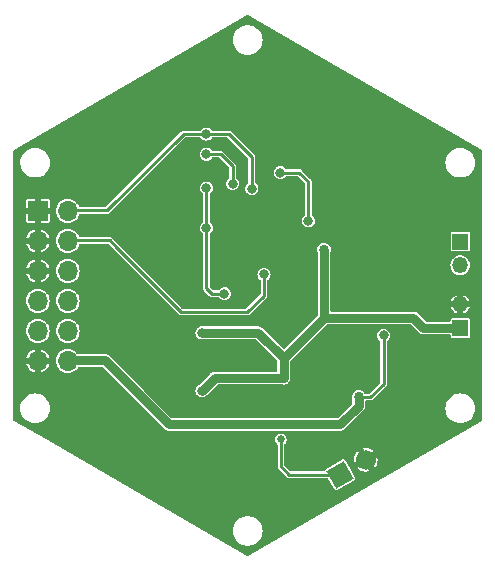
<source format=gbr>
%TF.GenerationSoftware,KiCad,Pcbnew,(6.0.4)*%
%TF.CreationDate,2023-05-25T13:34:33-04:00*%
%TF.ProjectId,PWR,5057522e-6b69-4636-9164-5f7063625858,rev?*%
%TF.SameCoordinates,Original*%
%TF.FileFunction,Copper,L2,Bot*%
%TF.FilePolarity,Positive*%
%FSLAX46Y46*%
G04 Gerber Fmt 4.6, Leading zero omitted, Abs format (unit mm)*
G04 Created by KiCad (PCBNEW (6.0.4)) date 2023-05-25 13:34:33*
%MOMM*%
%LPD*%
G01*
G04 APERTURE LIST*
G04 Aperture macros list*
%AMHorizOval*
0 Thick line with rounded ends*
0 $1 width*
0 $2 $3 position (X,Y) of the first rounded end (center of the circle)*
0 $4 $5 position (X,Y) of the second rounded end (center of the circle)*
0 Add line between two ends*
20,1,$1,$2,$3,$4,$5,0*
0 Add two circle primitives to create the rounded ends*
1,1,$1,$2,$3*
1,1,$1,$4,$5*%
%AMRotRect*
0 Rectangle, with rotation*
0 The origin of the aperture is its center*
0 $1 length*
0 $2 width*
0 $3 Rotation angle, in degrees counterclockwise*
0 Add horizontal line*
21,1,$1,$2,0,0,$3*%
G04 Aperture macros list end*
%TA.AperFunction,ComponentPad*%
%ADD10R,1.350000X1.350000*%
%TD*%
%TA.AperFunction,ComponentPad*%
%ADD11O,1.350000X1.350000*%
%TD*%
%TA.AperFunction,ComponentPad*%
%ADD12RotRect,1.700000X1.700000X120.000000*%
%TD*%
%TA.AperFunction,ComponentPad*%
%ADD13HorizOval,1.700000X0.000000X0.000000X0.000000X0.000000X0*%
%TD*%
%TA.AperFunction,ComponentPad*%
%ADD14R,1.700000X1.700000*%
%TD*%
%TA.AperFunction,ComponentPad*%
%ADD15O,1.700000X1.700000*%
%TD*%
%TA.AperFunction,ViaPad*%
%ADD16C,0.660400*%
%TD*%
%TA.AperFunction,ViaPad*%
%ADD17C,0.800000*%
%TD*%
%TA.AperFunction,ViaPad*%
%ADD18C,0.863600*%
%TD*%
%TA.AperFunction,ViaPad*%
%ADD19C,0.762000*%
%TD*%
%TA.AperFunction,Conductor*%
%ADD20C,0.254000*%
%TD*%
%TA.AperFunction,Conductor*%
%ADD21C,0.762000*%
%TD*%
G04 APERTURE END LIST*
D10*
%TO.P,J4,1,Pin_1*%
%TO.N,/SC*%
X165000000Y-91700000D03*
D11*
%TO.P,J4,2,Pin_2*%
X165000000Y-93700000D03*
%TD*%
D10*
%TO.P,J3,1,Pin_1*%
%TO.N,/VBAT*%
X165000000Y-99000000D03*
D11*
%TO.P,J3,2,Pin_2*%
%TO.N,GND*%
X165000000Y-97000000D03*
%TD*%
D12*
%TO.P,J1,1,Pin_1*%
%TO.N,Net-(C1-Pad1)*%
X154795818Y-111437500D03*
D13*
%TO.P,J1,2,Pin_2*%
%TO.N,GND*%
X156995523Y-110167500D03*
%TD*%
D14*
%TO.P,J2,1,Pin_1*%
%TO.N,GND*%
X129225000Y-89100000D03*
D15*
%TO.P,J2,2,Pin_2*%
%TO.N,/~{EN}*%
X131765000Y-89100000D03*
%TO.P,J2,3,Pin_3*%
%TO.N,GND*%
X129225000Y-91640000D03*
%TO.P,J2,4,Pin_4*%
%TO.N,/VBAT_OK*%
X131765000Y-91640000D03*
%TO.P,J2,5,Pin_5*%
%TO.N,GND*%
X129225000Y-94180000D03*
%TO.P,J2,6,Pin_6*%
%TO.N,/VBAT*%
X131765000Y-94180000D03*
%TO.P,J2,7,Pin_7*%
%TO.N,+3V3*%
X129225000Y-96720000D03*
%TO.P,J2,8,Pin_8*%
X131765000Y-96720000D03*
%TO.P,J2,9,Pin_9*%
%TO.N,+1V8*%
X129225000Y-99260000D03*
%TO.P,J2,10,Pin_10*%
X131765000Y-99260000D03*
%TO.P,J2,11,Pin_11*%
%TO.N,GND*%
X129225000Y-101800000D03*
%TO.P,J2,12,Pin_12*%
%TO.N,+5V*%
X131765000Y-101800000D03*
%TD*%
D16*
%TO.N,Net-(C1-Pad1)*%
X149802494Y-108449999D03*
D17*
%TO.N,Net-(C2-Pad1)*%
X152125720Y-89944280D03*
X149760000Y-85850000D03*
D16*
%TO.N,GND*%
X133650000Y-90160000D03*
X155740000Y-92990000D03*
X139650000Y-80160000D03*
X159650000Y-107160000D03*
X161650000Y-107160000D03*
X151650000Y-76160000D03*
X144770000Y-87960000D03*
X135650000Y-90160000D03*
X136650000Y-109160000D03*
X161650000Y-87160000D03*
X142650000Y-113160000D03*
X141650000Y-78160000D03*
X137650000Y-80160000D03*
X134650000Y-109160000D03*
X165650000Y-101160000D03*
X153650000Y-78160000D03*
X151650000Y-78160000D03*
X148410000Y-89870000D03*
X150650000Y-115160000D03*
X133650000Y-82160000D03*
X136650000Y-111160000D03*
X146650000Y-113160000D03*
X149650000Y-76160000D03*
X147650000Y-80160000D03*
X149650000Y-80160000D03*
X145650000Y-80160000D03*
X135650000Y-86160000D03*
X163650000Y-83160000D03*
X135650000Y-84160000D03*
X151190000Y-87610000D03*
X159650000Y-83160000D03*
X147650000Y-82160000D03*
X146490000Y-92760000D03*
X143650000Y-80160000D03*
X146710000Y-88180000D03*
X163650000Y-89160000D03*
X159650000Y-81160000D03*
X157650000Y-80160000D03*
X157670000Y-95250000D03*
X147650000Y-78160000D03*
X161650000Y-89160000D03*
X144900000Y-91320000D03*
X163650000Y-87160000D03*
X155280000Y-85610000D03*
X138650000Y-109160000D03*
X148410000Y-90944280D03*
X163650000Y-103160000D03*
X159650000Y-105160000D03*
X144980000Y-93130000D03*
X132650000Y-107160000D03*
X149650000Y-82160000D03*
X131650000Y-86160000D03*
X135650000Y-82160000D03*
X161650000Y-105160000D03*
X152730000Y-85570000D03*
X149650000Y-78160000D03*
X165650000Y-89160000D03*
X153650000Y-80160000D03*
X149565720Y-90944280D03*
X144650000Y-113160000D03*
X159650000Y-109160000D03*
X142650000Y-115160000D03*
X150650000Y-113160000D03*
X161650000Y-85160000D03*
X143650000Y-76160000D03*
X143650000Y-78160000D03*
X157650000Y-107160000D03*
X152650000Y-113160000D03*
X138650000Y-111160000D03*
X132650000Y-105160000D03*
X137650000Y-90160000D03*
X155650000Y-80160000D03*
X136650000Y-107160000D03*
X145650000Y-78160000D03*
X163650000Y-101160000D03*
X139650000Y-78160000D03*
X134650000Y-107160000D03*
X149555000Y-89885000D03*
X148650000Y-113160000D03*
X135650000Y-80160000D03*
X165650000Y-87160000D03*
X161650000Y-83160000D03*
X137650000Y-88160000D03*
X133650000Y-84160000D03*
X140650000Y-113160000D03*
X144750000Y-89660000D03*
X133650000Y-86160000D03*
X141650000Y-80160000D03*
X161650000Y-103160000D03*
D18*
%TO.N,/VBAT*%
X153450011Y-92380003D03*
D17*
X150030000Y-103252500D03*
X143130000Y-99420000D03*
X143130000Y-104320000D03*
%TO.N,+5V*%
X158500000Y-99640000D03*
D18*
X156390010Y-104869996D03*
D19*
X140350011Y-107179999D03*
D17*
%TO.N,/~{EN}*%
X147345720Y-87204280D03*
X143508220Y-82594280D03*
%TO.N,/VBAT_OK*%
X148375720Y-94464280D03*
%TO.N,Net-(R6-Pad2)*%
X143508220Y-87154280D03*
X145027500Y-96110000D03*
X143508220Y-90554280D03*
%TO.N,/VOUT_EN*%
X145725720Y-86784280D03*
X143508220Y-84294280D03*
%TD*%
D20*
%TO.N,Net-(C1-Pad1)*%
X154795818Y-111437500D02*
X150527500Y-111437500D01*
X149802500Y-110712500D02*
X149802500Y-108450000D01*
X150527500Y-111437500D02*
X149802500Y-110712500D01*
%TO.N,Net-(C2-Pad1)*%
X149760000Y-85850000D02*
X151370000Y-85850000D01*
X151370000Y-85850000D02*
X152125720Y-86605720D01*
X152125720Y-86605720D02*
X152125720Y-89944280D01*
D21*
%TO.N,/VBAT*%
X150030000Y-103252500D02*
X150030000Y-101580000D01*
X153450011Y-92380003D02*
X153450011Y-98160002D01*
X161030000Y-98160000D02*
X161870000Y-99000000D01*
X144197500Y-103252500D02*
X143130000Y-104320000D01*
X147870000Y-99420000D02*
X143130000Y-99420000D01*
X150030000Y-101580000D02*
X153450000Y-98160000D01*
X150030000Y-101580000D02*
X147870000Y-99420000D01*
X150030000Y-103252500D02*
X144197500Y-103252500D01*
X153450000Y-98160000D02*
X161030000Y-98160000D01*
X161870000Y-99000000D02*
X165000000Y-99000000D01*
%TO.N,+5V*%
X134925989Y-101755989D02*
X140350000Y-107180000D01*
X153560000Y-107180000D02*
X154840000Y-107180000D01*
X153560000Y-107180000D02*
X140350000Y-107180000D01*
D20*
X158500000Y-103750000D02*
X157380000Y-104870000D01*
D21*
X131765000Y-101755989D02*
X134925989Y-101755989D01*
X154840000Y-107180000D02*
X156390000Y-105630000D01*
D20*
X157380000Y-104870000D02*
X156390000Y-104870000D01*
X158500000Y-99640000D02*
X158500000Y-103750000D01*
D21*
X156390000Y-105630000D02*
X156390000Y-104870000D01*
D20*
%TO.N,/~{EN}*%
X143508220Y-82594280D02*
X141565720Y-82594280D01*
X147345720Y-84534280D02*
X145405720Y-82594280D01*
X141565720Y-82594280D02*
X135104011Y-89055989D01*
X131765000Y-89055989D02*
X135104011Y-89055989D01*
X147345720Y-87204280D02*
X147345720Y-84534280D01*
X145405720Y-82594280D02*
X143508220Y-82594280D01*
%TO.N,/VBAT_OK*%
X148375720Y-96264280D02*
X146970000Y-97670000D01*
X146970000Y-97670000D02*
X144190000Y-97670000D01*
X135305989Y-91595989D02*
X135970000Y-92260000D01*
X148375720Y-94464280D02*
X148375720Y-96264280D01*
X144190000Y-97670000D02*
X141380000Y-97670000D01*
X135970000Y-92260000D02*
X141380000Y-97670000D01*
X131765000Y-91595989D02*
X135305989Y-91595989D01*
%TO.N,Net-(R6-Pad2)*%
X143508220Y-95628220D02*
X143990000Y-96110000D01*
X143508220Y-90554280D02*
X143508220Y-95628220D01*
X143508220Y-90554280D02*
X143508220Y-87154280D01*
X143990000Y-96110000D02*
X145027500Y-96110000D01*
%TO.N,/VOUT_EN*%
X145725720Y-85314280D02*
X144705720Y-84294280D01*
X144705720Y-84294280D02*
X143508220Y-84294280D01*
X145725720Y-86784280D02*
X145725720Y-85314280D01*
%TD*%
%TA.AperFunction,Conductor*%
%TO.N,GND*%
G36*
X147043950Y-72513907D02*
G01*
X152872575Y-75879065D01*
X166803151Y-83921887D01*
X166841799Y-83967946D01*
X166847100Y-83998010D01*
X166847100Y-106813968D01*
X166826535Y-106870469D01*
X166803152Y-106890091D01*
X158442007Y-111717400D01*
X147043950Y-118298071D01*
X146984736Y-118308512D01*
X146956050Y-118298071D01*
X143305801Y-116190599D01*
X145742314Y-116190599D01*
X145761421Y-116408994D01*
X145818162Y-116620753D01*
X145910812Y-116819442D01*
X146036557Y-116999024D01*
X146191575Y-117154042D01*
X146371157Y-117279787D01*
X146569846Y-117372437D01*
X146689955Y-117404620D01*
X146777902Y-117428186D01*
X146777904Y-117428186D01*
X146781605Y-117429178D01*
X146785421Y-117429512D01*
X146785422Y-117429512D01*
X146996182Y-117447951D01*
X147000000Y-117448285D01*
X147003818Y-117447951D01*
X147214578Y-117429512D01*
X147214579Y-117429512D01*
X147218395Y-117429178D01*
X147222096Y-117428186D01*
X147222098Y-117428186D01*
X147310045Y-117404620D01*
X147430154Y-117372437D01*
X147628843Y-117279787D01*
X147808425Y-117154042D01*
X147963443Y-116999024D01*
X148089188Y-116819442D01*
X148181838Y-116620753D01*
X148238579Y-116408994D01*
X148257686Y-116190599D01*
X148238579Y-115972204D01*
X148181838Y-115760445D01*
X148089188Y-115561756D01*
X147963443Y-115382174D01*
X147808425Y-115227156D01*
X147628843Y-115101411D01*
X147430154Y-115008761D01*
X147310045Y-114976578D01*
X147222098Y-114953012D01*
X147222096Y-114953012D01*
X147218395Y-114952020D01*
X147214579Y-114951686D01*
X147214578Y-114951686D01*
X147003818Y-114933247D01*
X147000000Y-114932913D01*
X146996182Y-114933247D01*
X146785422Y-114951686D01*
X146785421Y-114951686D01*
X146781605Y-114952020D01*
X146777904Y-114953012D01*
X146777902Y-114953012D01*
X146689955Y-114976578D01*
X146569846Y-115008761D01*
X146371157Y-115101411D01*
X146191575Y-115227156D01*
X146036557Y-115382174D01*
X145910812Y-115561756D01*
X145818162Y-115760445D01*
X145761421Y-115972204D01*
X145743471Y-116177375D01*
X145742314Y-116190599D01*
X143305801Y-116190599D01*
X135557993Y-111717400D01*
X129888361Y-108444036D01*
X149314462Y-108444036D01*
X149332405Y-108581250D01*
X149334927Y-108586981D01*
X149334927Y-108586982D01*
X149360271Y-108644581D01*
X149388138Y-108707913D01*
X149477181Y-108813842D01*
X149483408Y-108817987D01*
X149483906Y-108818664D01*
X149487062Y-108821486D01*
X149486470Y-108822148D01*
X149519045Y-108866413D01*
X149522600Y-108891158D01*
X149522600Y-110662472D01*
X149522301Y-110666550D01*
X149520806Y-110670903D01*
X149521111Y-110679014D01*
X149522538Y-110717036D01*
X149522600Y-110720334D01*
X149522600Y-110738531D01*
X149523342Y-110742515D01*
X149523379Y-110742917D01*
X149523689Y-110747699D01*
X149524718Y-110775101D01*
X149527922Y-110782559D01*
X149529139Y-110785391D01*
X149534792Y-110803997D01*
X149536843Y-110815008D01*
X149541103Y-110821919D01*
X149550025Y-110836393D01*
X149555960Y-110847818D01*
X149565879Y-110870904D01*
X149569619Y-110875457D01*
X149574039Y-110879877D01*
X149586708Y-110895904D01*
X149591557Y-110903771D01*
X149598017Y-110908683D01*
X149613428Y-110920402D01*
X149622378Y-110928216D01*
X150294208Y-111600046D01*
X150296878Y-111603140D01*
X150298899Y-111607274D01*
X150304846Y-111612791D01*
X150304847Y-111612792D01*
X150332741Y-111638667D01*
X150335117Y-111640955D01*
X150347988Y-111653826D01*
X150351329Y-111656118D01*
X150351644Y-111656380D01*
X150355235Y-111659534D01*
X150375344Y-111678187D01*
X150385751Y-111682339D01*
X150402895Y-111691493D01*
X150412136Y-111697832D01*
X150436579Y-111703632D01*
X150448857Y-111707515D01*
X150466431Y-111714527D01*
X150466434Y-111714528D01*
X150472192Y-111716825D01*
X150478056Y-111717400D01*
X150484306Y-111717400D01*
X150504602Y-111719775D01*
X150513590Y-111721908D01*
X150521630Y-111720814D01*
X150521631Y-111720814D01*
X150540816Y-111718203D01*
X150552668Y-111717400D01*
X153748621Y-111717400D01*
X153805122Y-111737965D01*
X153824744Y-111761348D01*
X154359810Y-112688110D01*
X154362654Y-112691353D01*
X154362656Y-112691356D01*
X154384085Y-112715792D01*
X154389793Y-112722301D01*
X154397558Y-112726130D01*
X154425593Y-112739955D01*
X154444348Y-112749204D01*
X154465512Y-112750591D01*
X154496406Y-112752617D01*
X154496408Y-112752617D01*
X154505045Y-112753183D01*
X154528043Y-112745376D01*
X154544013Y-112739955D01*
X154544015Y-112739954D01*
X154548107Y-112738565D01*
X156046428Y-111873508D01*
X156049671Y-111870664D01*
X156049674Y-111870662D01*
X156074110Y-111849233D01*
X156080619Y-111843525D01*
X156107522Y-111788970D01*
X156111501Y-111728273D01*
X156101804Y-111699706D01*
X156098273Y-111689305D01*
X156098272Y-111689303D01*
X156096883Y-111685211D01*
X155630154Y-110876814D01*
X156284614Y-110876814D01*
X156288007Y-110881696D01*
X156417399Y-110991818D01*
X156424422Y-110996699D01*
X156588521Y-111088410D01*
X156596356Y-111091833D01*
X156775148Y-111149926D01*
X156783493Y-111151761D01*
X156970161Y-111174020D01*
X156978716Y-111174199D01*
X157166141Y-111159778D01*
X157174573Y-111158291D01*
X157245496Y-111138489D01*
X157255769Y-111131135D01*
X157256456Y-111128457D01*
X157255727Y-111126185D01*
X156910301Y-110527892D01*
X156900623Y-110519771D01*
X156893370Y-110519771D01*
X156292734Y-110866548D01*
X156284614Y-110876226D01*
X156284614Y-110876814D01*
X155630154Y-110876814D01*
X155231826Y-110186890D01*
X155228982Y-110183647D01*
X155228980Y-110183644D01*
X155207551Y-110159208D01*
X155206242Y-110157715D01*
X155988730Y-110157715D01*
X156004461Y-110345042D01*
X156006007Y-110353465D01*
X156024378Y-110417531D01*
X156031805Y-110427754D01*
X156034647Y-110428463D01*
X156036650Y-110427812D01*
X156310589Y-110269653D01*
X157347794Y-110269653D01*
X157694261Y-110869752D01*
X157703939Y-110877872D01*
X157704696Y-110877872D01*
X157709367Y-110874650D01*
X157815785Y-110751363D01*
X157820713Y-110744377D01*
X157913568Y-110580924D01*
X157917051Y-110573100D01*
X157976384Y-110394736D01*
X157978281Y-110386390D01*
X158002073Y-110198056D01*
X158002414Y-110193168D01*
X158002739Y-110169965D01*
X158002532Y-110165046D01*
X157984010Y-109976139D01*
X157982346Y-109967738D01*
X157967110Y-109917271D01*
X157959541Y-109907155D01*
X157956365Y-109906410D01*
X157954899Y-109906897D01*
X157355915Y-110252722D01*
X157347794Y-110262400D01*
X157347794Y-110269653D01*
X156310589Y-110269653D01*
X156635131Y-110082278D01*
X156643252Y-110072600D01*
X156643252Y-110065347D01*
X156296137Y-109464127D01*
X156286459Y-109456007D01*
X156286039Y-109456007D01*
X156280949Y-109459571D01*
X156167193Y-109595141D01*
X156162354Y-109602208D01*
X156071796Y-109766933D01*
X156068423Y-109774803D01*
X156011586Y-109953977D01*
X156009804Y-109962358D01*
X155988850Y-110149168D01*
X155988730Y-110157715D01*
X155206242Y-110157715D01*
X155201843Y-110152699D01*
X155168862Y-110136435D01*
X155155051Y-110129624D01*
X155155050Y-110129624D01*
X155147288Y-110125796D01*
X155126124Y-110124409D01*
X155095230Y-110122383D01*
X155095228Y-110122383D01*
X155086591Y-110121817D01*
X155078393Y-110124600D01*
X155047623Y-110135045D01*
X155047621Y-110135046D01*
X155043529Y-110136435D01*
X153545208Y-111001492D01*
X153541965Y-111004336D01*
X153541962Y-111004338D01*
X153517526Y-111025767D01*
X153511017Y-111031475D01*
X153484114Y-111086030D01*
X153483647Y-111093158D01*
X153449653Y-111141705D01*
X153399237Y-111157600D01*
X150679848Y-111157600D01*
X150623347Y-111137035D01*
X150617693Y-111131855D01*
X150108145Y-110622307D01*
X150082734Y-110567813D01*
X150082400Y-110560152D01*
X150082400Y-109206663D01*
X156734508Y-109206663D01*
X156735079Y-109208399D01*
X157080745Y-109807108D01*
X157090423Y-109815229D01*
X157097676Y-109815229D01*
X157698929Y-109468095D01*
X157707049Y-109458417D01*
X157707049Y-109455141D01*
X157706928Y-109455018D01*
X157562083Y-109335192D01*
X157554989Y-109330407D01*
X157389632Y-109240999D01*
X157381739Y-109237681D01*
X157202164Y-109182094D01*
X157193782Y-109180374D01*
X157006836Y-109160725D01*
X156998269Y-109160665D01*
X156811068Y-109177701D01*
X156802659Y-109179305D01*
X156745405Y-109196156D01*
X156735236Y-109203653D01*
X156734508Y-109206663D01*
X150082400Y-109206663D01*
X150082400Y-108892081D01*
X150102965Y-108835580D01*
X150111182Y-108827405D01*
X150114256Y-108825518D01*
X150129164Y-108809048D01*
X150202919Y-108727566D01*
X150202921Y-108727563D01*
X150207121Y-108722923D01*
X150267458Y-108598388D01*
X150290416Y-108461924D01*
X150290562Y-108449999D01*
X150270944Y-108313015D01*
X150213668Y-108187042D01*
X150123338Y-108082209D01*
X150007215Y-108006942D01*
X149874635Y-107967292D01*
X149806203Y-107966874D01*
X149742521Y-107966485D01*
X149742519Y-107966485D01*
X149736256Y-107966447D01*
X149603201Y-108004474D01*
X149486167Y-108078317D01*
X149482023Y-108083010D01*
X149482021Y-108083011D01*
X149398708Y-108177345D01*
X149398706Y-108177348D01*
X149394563Y-108182039D01*
X149335752Y-108307302D01*
X149314462Y-108444036D01*
X129888361Y-108444036D01*
X127196849Y-106890091D01*
X127158201Y-106844032D01*
X127152900Y-106813968D01*
X127152900Y-105798294D01*
X127742314Y-105798294D01*
X127761421Y-106016689D01*
X127818162Y-106228448D01*
X127910812Y-106427137D01*
X128036557Y-106606719D01*
X128191575Y-106761737D01*
X128371157Y-106887482D01*
X128569846Y-106980132D01*
X128689955Y-107012315D01*
X128777902Y-107035881D01*
X128777904Y-107035881D01*
X128781605Y-107036873D01*
X128785421Y-107037207D01*
X128785422Y-107037207D01*
X128996182Y-107055646D01*
X129000000Y-107055980D01*
X129003818Y-107055646D01*
X129214578Y-107037207D01*
X129214579Y-107037207D01*
X129218395Y-107036873D01*
X129222096Y-107035881D01*
X129222098Y-107035881D01*
X129310045Y-107012315D01*
X129430154Y-106980132D01*
X129628843Y-106887482D01*
X129808425Y-106761737D01*
X129963443Y-106606719D01*
X130089188Y-106427137D01*
X130181838Y-106228448D01*
X130238579Y-106016689D01*
X130257686Y-105798294D01*
X130238579Y-105579899D01*
X130181838Y-105368140D01*
X130089188Y-105169451D01*
X129963443Y-104989869D01*
X129808425Y-104834851D01*
X129628843Y-104709106D01*
X129430154Y-104616456D01*
X129295775Y-104580449D01*
X129222098Y-104560707D01*
X129222096Y-104560707D01*
X129218395Y-104559715D01*
X129214579Y-104559381D01*
X129214578Y-104559381D01*
X129003818Y-104540942D01*
X129000000Y-104540608D01*
X128996182Y-104540942D01*
X128785422Y-104559381D01*
X128785421Y-104559381D01*
X128781605Y-104559715D01*
X128777904Y-104560707D01*
X128777902Y-104560707D01*
X128704225Y-104580449D01*
X128569846Y-104616456D01*
X128371157Y-104709106D01*
X128191575Y-104834851D01*
X128036557Y-104989869D01*
X127910812Y-105169451D01*
X127818162Y-105368140D01*
X127761421Y-105579899D01*
X127743471Y-105785070D01*
X127742314Y-105798294D01*
X127152900Y-105798294D01*
X127152900Y-102060137D01*
X128257571Y-102060137D01*
X128257754Y-102063628D01*
X128287300Y-102166667D01*
X128290445Y-102174611D01*
X128376375Y-102341815D01*
X128381008Y-102349003D01*
X128497774Y-102496325D01*
X128503721Y-102502483D01*
X128646876Y-102624318D01*
X128653899Y-102629199D01*
X128817998Y-102720910D01*
X128825833Y-102724333D01*
X128956261Y-102766712D01*
X128968886Y-102766271D01*
X128969823Y-102765427D01*
X128971000Y-102760708D01*
X128971000Y-102754365D01*
X129479000Y-102754365D01*
X129483322Y-102766239D01*
X129485282Y-102767371D01*
X129488495Y-102767214D01*
X129585107Y-102740239D01*
X129593085Y-102737144D01*
X129760879Y-102652385D01*
X129768094Y-102647806D01*
X129916234Y-102532067D01*
X129922425Y-102526171D01*
X130045262Y-102383863D01*
X130050190Y-102376877D01*
X130143045Y-102213424D01*
X130146528Y-102205600D01*
X130192065Y-102068708D01*
X130191712Y-102056076D01*
X130190988Y-102055260D01*
X130186010Y-102054000D01*
X129494500Y-102054000D01*
X129482626Y-102058322D01*
X129479000Y-102064601D01*
X129479000Y-102754365D01*
X128971000Y-102754365D01*
X128971000Y-102069500D01*
X128966678Y-102057626D01*
X128960399Y-102054000D01*
X128270493Y-102054000D01*
X128258619Y-102058322D01*
X128257571Y-102060137D01*
X127152900Y-102060137D01*
X127152900Y-101785930D01*
X130757345Y-101785930D01*
X130773803Y-101981919D01*
X130828015Y-102170979D01*
X130829977Y-102174797D01*
X130829978Y-102174799D01*
X130891960Y-102295402D01*
X130917916Y-102345908D01*
X131040083Y-102500044D01*
X131043359Y-102502832D01*
X131186589Y-102624731D01*
X131186592Y-102624733D01*
X131189862Y-102627516D01*
X131193610Y-102629611D01*
X131193612Y-102629612D01*
X131275704Y-102675491D01*
X131361547Y-102723467D01*
X131548600Y-102784244D01*
X131743895Y-102807532D01*
X131939994Y-102792443D01*
X132094250Y-102749374D01*
X132125285Y-102740709D01*
X132125287Y-102740708D01*
X132129428Y-102739552D01*
X132154428Y-102726924D01*
X132301148Y-102652810D01*
X132304981Y-102650874D01*
X132459966Y-102529786D01*
X132588480Y-102380901D01*
X132614912Y-102334372D01*
X132660701Y-102295402D01*
X132691341Y-102289889D01*
X134668430Y-102289889D01*
X134724931Y-102310454D01*
X134730585Y-102315634D01*
X139943708Y-107528756D01*
X139951289Y-107537401D01*
X139969229Y-107560781D01*
X139973801Y-107564289D01*
X139973803Y-107564291D01*
X139982070Y-107570634D01*
X139993265Y-107580875D01*
X140006479Y-107595245D01*
X140021779Y-107604731D01*
X140042684Y-107617693D01*
X140049875Y-107622663D01*
X140078546Y-107644664D01*
X140078552Y-107644668D01*
X140080757Y-107646360D01*
X140081920Y-107646842D01*
X140085442Y-107649515D01*
X140091005Y-107651718D01*
X140091011Y-107651721D01*
X140101848Y-107656011D01*
X140115802Y-107663028D01*
X140130801Y-107672328D01*
X140136555Y-107674000D01*
X140136560Y-107674002D01*
X140168514Y-107683286D01*
X140177625Y-107686485D01*
X140205312Y-107697953D01*
X140205317Y-107697954D01*
X140210635Y-107700157D01*
X140213729Y-107700564D01*
X140214500Y-107700819D01*
X140215874Y-107701157D01*
X140221449Y-107703364D01*
X140238995Y-107705208D01*
X140254330Y-107708217D01*
X140266848Y-107711854D01*
X140266853Y-107711855D01*
X140271273Y-107713139D01*
X140281636Y-107713900D01*
X140309264Y-107713900D01*
X140320737Y-107714652D01*
X140350011Y-107718506D01*
X140355163Y-107717828D01*
X140359724Y-107718067D01*
X140360968Y-107718028D01*
X140366928Y-107718654D01*
X140387757Y-107715131D01*
X140402416Y-107713900D01*
X154826151Y-107713900D01*
X154829832Y-107713977D01*
X154890717Y-107716529D01*
X154896546Y-107715162D01*
X154896554Y-107715161D01*
X154933380Y-107706523D01*
X154941521Y-107705014D01*
X154984926Y-107699068D01*
X155001114Y-107692062D01*
X155015956Y-107687154D01*
X155027298Y-107684494D01*
X155033131Y-107683126D01*
X155071535Y-107662014D01*
X155078963Y-107658375D01*
X155119175Y-107640973D01*
X155132888Y-107629869D01*
X155145847Y-107621161D01*
X155161318Y-107612655D01*
X155169184Y-107605865D01*
X155194259Y-107580790D01*
X155201097Y-107574634D01*
X155228199Y-107552687D01*
X155232856Y-107548916D01*
X155245093Y-107531697D01*
X155254588Y-107520461D01*
X156757742Y-106017306D01*
X156760400Y-106014758D01*
X156800833Y-105977578D01*
X156805245Y-105973521D01*
X156828338Y-105936275D01*
X156833029Y-105929451D01*
X156855890Y-105899334D01*
X156855891Y-105899333D01*
X156859515Y-105894558D01*
X156861721Y-105888987D01*
X156861723Y-105888983D01*
X156866011Y-105878152D01*
X156873028Y-105864198D01*
X156882328Y-105849199D01*
X156894554Y-105807117D01*
X156897236Y-105799286D01*
X156897629Y-105798294D01*
X163742314Y-105798294D01*
X163761421Y-106016689D01*
X163818162Y-106228448D01*
X163910812Y-106427137D01*
X164036557Y-106606719D01*
X164191575Y-106761737D01*
X164371157Y-106887482D01*
X164569846Y-106980132D01*
X164689955Y-107012315D01*
X164777902Y-107035881D01*
X164777904Y-107035881D01*
X164781605Y-107036873D01*
X164785421Y-107037207D01*
X164785422Y-107037207D01*
X164996182Y-107055646D01*
X165000000Y-107055980D01*
X165003818Y-107055646D01*
X165214578Y-107037207D01*
X165214579Y-107037207D01*
X165218395Y-107036873D01*
X165222096Y-107035881D01*
X165222098Y-107035881D01*
X165310045Y-107012315D01*
X165430154Y-106980132D01*
X165628843Y-106887482D01*
X165808425Y-106761737D01*
X165963443Y-106606719D01*
X166089188Y-106427137D01*
X166181838Y-106228448D01*
X166238579Y-106016689D01*
X166257686Y-105798294D01*
X166238579Y-105579899D01*
X166181838Y-105368140D01*
X166089188Y-105169451D01*
X165963443Y-104989869D01*
X165808425Y-104834851D01*
X165628843Y-104709106D01*
X165430154Y-104616456D01*
X165295775Y-104580449D01*
X165222098Y-104560707D01*
X165222096Y-104560707D01*
X165218395Y-104559715D01*
X165214579Y-104559381D01*
X165214578Y-104559381D01*
X165003818Y-104540942D01*
X165000000Y-104540608D01*
X164996182Y-104540942D01*
X164785422Y-104559381D01*
X164785421Y-104559381D01*
X164781605Y-104559715D01*
X164777904Y-104560707D01*
X164777902Y-104560707D01*
X164704225Y-104580449D01*
X164569846Y-104616456D01*
X164371157Y-104709106D01*
X164191575Y-104834851D01*
X164036557Y-104989869D01*
X163910812Y-105169451D01*
X163818162Y-105368140D01*
X163761421Y-105579899D01*
X163743471Y-105785070D01*
X163742314Y-105798294D01*
X156897629Y-105798294D01*
X156911158Y-105764123D01*
X156911158Y-105764122D01*
X156913364Y-105758551D01*
X156915208Y-105741005D01*
X156918217Y-105725670D01*
X156921854Y-105713152D01*
X156921855Y-105713147D01*
X156923139Y-105708727D01*
X156923900Y-105698364D01*
X156923900Y-105662916D01*
X156924381Y-105653728D01*
X156928028Y-105619032D01*
X156928028Y-105619029D01*
X156928654Y-105613072D01*
X156925131Y-105592243D01*
X156923900Y-105577584D01*
X156923900Y-105237800D01*
X156944465Y-105181299D01*
X156996536Y-105151235D01*
X157011800Y-105149900D01*
X157329972Y-105149900D01*
X157334050Y-105150199D01*
X157338403Y-105151694D01*
X157384535Y-105149962D01*
X157387834Y-105149900D01*
X157406031Y-105149900D01*
X157410015Y-105149158D01*
X157410417Y-105149121D01*
X157415199Y-105148811D01*
X157434489Y-105148087D01*
X157434491Y-105148087D01*
X157442601Y-105147782D01*
X157452893Y-105143360D01*
X157471497Y-105137708D01*
X157474527Y-105137144D01*
X157474529Y-105137143D01*
X157482508Y-105135657D01*
X157503893Y-105122475D01*
X157515319Y-105116539D01*
X157532701Y-105109071D01*
X157538404Y-105106621D01*
X157542957Y-105102881D01*
X157547377Y-105098461D01*
X157563404Y-105085792D01*
X157571271Y-105080943D01*
X157587903Y-105059071D01*
X157595716Y-105050122D01*
X158662549Y-103983290D01*
X158665641Y-103980621D01*
X158669774Y-103978601D01*
X158675292Y-103972652D01*
X158675294Y-103972651D01*
X158701154Y-103944773D01*
X158703442Y-103942397D01*
X158716326Y-103929513D01*
X158718616Y-103926175D01*
X158718884Y-103925852D01*
X158722048Y-103922249D01*
X158735168Y-103908105D01*
X158740687Y-103902156D01*
X158744836Y-103891756D01*
X158753999Y-103874595D01*
X158760332Y-103865364D01*
X158766132Y-103840920D01*
X158770015Y-103828643D01*
X158777027Y-103811069D01*
X158777028Y-103811066D01*
X158779325Y-103805308D01*
X158779900Y-103799444D01*
X158779900Y-103793194D01*
X158782275Y-103772898D01*
X158782534Y-103771805D01*
X158784408Y-103763910D01*
X158780703Y-103736686D01*
X158779900Y-103724833D01*
X158779900Y-100165488D01*
X158800465Y-100108987D01*
X158814287Y-100095754D01*
X158894333Y-100034333D01*
X158949197Y-99962832D01*
X158979449Y-99923407D01*
X158979450Y-99923406D01*
X158982957Y-99918835D01*
X159038669Y-99784336D01*
X159057671Y-99640000D01*
X159038669Y-99495664D01*
X159016407Y-99441919D01*
X158985163Y-99366490D01*
X158985162Y-99366488D01*
X158982957Y-99361165D01*
X158894333Y-99245667D01*
X158778836Y-99157043D01*
X158644336Y-99101331D01*
X158500000Y-99082329D01*
X158355664Y-99101331D01*
X158350340Y-99103536D01*
X158350341Y-99103536D01*
X158226490Y-99154837D01*
X158226488Y-99154838D01*
X158221165Y-99157043D01*
X158105667Y-99245667D01*
X158017043Y-99361165D01*
X158014838Y-99366488D01*
X158014837Y-99366490D01*
X157983593Y-99441919D01*
X157961331Y-99495664D01*
X157942329Y-99640000D01*
X157961331Y-99784336D01*
X158017043Y-99918835D01*
X158020550Y-99923406D01*
X158020551Y-99923407D01*
X158050803Y-99962832D01*
X158105667Y-100034333D01*
X158185711Y-100095753D01*
X158218016Y-100146463D01*
X158220100Y-100165488D01*
X158220100Y-103597652D01*
X158199535Y-103654153D01*
X158194355Y-103659807D01*
X157289807Y-104564355D01*
X157235313Y-104589766D01*
X157227652Y-104590100D01*
X156955583Y-104590100D01*
X156899082Y-104569535D01*
X156885847Y-104555710D01*
X156874516Y-104540942D01*
X156807023Y-104452983D01*
X156684883Y-104359262D01*
X156542647Y-104300346D01*
X156390010Y-104280251D01*
X156237373Y-104300346D01*
X156095138Y-104359262D01*
X155972997Y-104452983D01*
X155969488Y-104457556D01*
X155883565Y-104569535D01*
X155879276Y-104575124D01*
X155820360Y-104717359D01*
X155800265Y-104869996D01*
X155820360Y-105022633D01*
X155846521Y-105085790D01*
X155849409Y-105092763D01*
X155856100Y-105126401D01*
X155856100Y-105372441D01*
X155835535Y-105428942D01*
X155830355Y-105434596D01*
X154644597Y-106620355D01*
X154590103Y-106645766D01*
X154582442Y-106646100D01*
X140607559Y-106646100D01*
X140551058Y-106625535D01*
X140545404Y-106620355D01*
X138245049Y-104320000D01*
X142572329Y-104320000D01*
X142591331Y-104464336D01*
X142593536Y-104469659D01*
X142635328Y-104570552D01*
X142647043Y-104598835D01*
X142735667Y-104714333D01*
X142851164Y-104802957D01*
X142985664Y-104858669D01*
X143130000Y-104877671D01*
X143274336Y-104858669D01*
X143408836Y-104802957D01*
X143524333Y-104714333D01*
X143612957Y-104598835D01*
X143614839Y-104594291D01*
X143628296Y-104576753D01*
X144392903Y-103812145D01*
X144447397Y-103786734D01*
X144455058Y-103786400D01*
X149859198Y-103786400D01*
X149881118Y-103789286D01*
X149885664Y-103791169D01*
X150030000Y-103810171D01*
X150174336Y-103791169D01*
X150308836Y-103735457D01*
X150314924Y-103730786D01*
X150419760Y-103650342D01*
X150424333Y-103646833D01*
X150427842Y-103642260D01*
X150509449Y-103535907D01*
X150509450Y-103535906D01*
X150512957Y-103531335D01*
X150568669Y-103396836D01*
X150587671Y-103252500D01*
X150568669Y-103108164D01*
X150566786Y-103103618D01*
X150563900Y-103081698D01*
X150563900Y-101837559D01*
X150584465Y-101781058D01*
X150589645Y-101775404D01*
X153645404Y-98719645D01*
X153699898Y-98694234D01*
X153707559Y-98693900D01*
X160772441Y-98693900D01*
X160828942Y-98714465D01*
X160834596Y-98719645D01*
X161482705Y-99367754D01*
X161485253Y-99370412D01*
X161526479Y-99415245D01*
X161531574Y-99418404D01*
X161563717Y-99438334D01*
X161570533Y-99443017D01*
X161605441Y-99469514D01*
X161621844Y-99476008D01*
X161635800Y-99483028D01*
X161645703Y-99489168D01*
X161645708Y-99489170D01*
X161650801Y-99492328D01*
X161662284Y-99495664D01*
X161692887Y-99504555D01*
X161700722Y-99507238D01*
X161741449Y-99523363D01*
X161751450Y-99524414D01*
X161758990Y-99525207D01*
X161774321Y-99528215D01*
X161786842Y-99531852D01*
X161786845Y-99531852D01*
X161791273Y-99533139D01*
X161801636Y-99533900D01*
X161837096Y-99533900D01*
X161846284Y-99534382D01*
X161886928Y-99538654D01*
X161907757Y-99535131D01*
X161922416Y-99533900D01*
X164084201Y-99533900D01*
X164140702Y-99554465D01*
X164170766Y-99606536D01*
X164172101Y-99621800D01*
X164172101Y-99690056D01*
X164180972Y-99734658D01*
X164214766Y-99785234D01*
X164265342Y-99819028D01*
X164309943Y-99827900D01*
X164999840Y-99827900D01*
X165690056Y-99827899D01*
X165711784Y-99823577D01*
X165726163Y-99820718D01*
X165726165Y-99820717D01*
X165734658Y-99819028D01*
X165785234Y-99785234D01*
X165819028Y-99734658D01*
X165827900Y-99690057D01*
X165827899Y-98309944D01*
X165819028Y-98265342D01*
X165785234Y-98214766D01*
X165734658Y-98180972D01*
X165690057Y-98172100D01*
X165000160Y-98172100D01*
X164309944Y-98172101D01*
X164288216Y-98176423D01*
X164273837Y-98179282D01*
X164273835Y-98179283D01*
X164265342Y-98180972D01*
X164214766Y-98214766D01*
X164180972Y-98265342D01*
X164172100Y-98309943D01*
X164172100Y-98378200D01*
X164151535Y-98434701D01*
X164099464Y-98464765D01*
X164084200Y-98466100D01*
X162127559Y-98466100D01*
X162071058Y-98445535D01*
X162065404Y-98440355D01*
X161417306Y-97792258D01*
X161414758Y-97789600D01*
X161377578Y-97749167D01*
X161373521Y-97744755D01*
X161336275Y-97721662D01*
X161329451Y-97716971D01*
X161299334Y-97694110D01*
X161299333Y-97694109D01*
X161294558Y-97690485D01*
X161288987Y-97688279D01*
X161288983Y-97688277D01*
X161278152Y-97683989D01*
X161264198Y-97676972D01*
X161249199Y-97667672D01*
X161243449Y-97666001D01*
X161243448Y-97666001D01*
X161214572Y-97657612D01*
X161207117Y-97655446D01*
X161199286Y-97652764D01*
X161164123Y-97638842D01*
X161164122Y-97638842D01*
X161158551Y-97636636D01*
X161141005Y-97634792D01*
X161125670Y-97631783D01*
X161113152Y-97628146D01*
X161113147Y-97628145D01*
X161108727Y-97626861D01*
X161098364Y-97626100D01*
X161062916Y-97626100D01*
X161053728Y-97625619D01*
X161019032Y-97621972D01*
X161019029Y-97621972D01*
X161013072Y-97621346D01*
X160992495Y-97624826D01*
X160992243Y-97624869D01*
X160977584Y-97626100D01*
X154071811Y-97626100D01*
X154015310Y-97605535D01*
X153985246Y-97553464D01*
X153983911Y-97538200D01*
X153983911Y-97259413D01*
X164215545Y-97259413D01*
X164215884Y-97264264D01*
X164238545Y-97334007D01*
X164242272Y-97342377D01*
X164324631Y-97485028D01*
X164330013Y-97492434D01*
X164440229Y-97614842D01*
X164447037Y-97620972D01*
X164580293Y-97717789D01*
X164588230Y-97722371D01*
X164735633Y-97787999D01*
X164743353Y-97786915D01*
X164745864Y-97784126D01*
X164746000Y-97783428D01*
X164746000Y-97776396D01*
X165254000Y-97776396D01*
X165258322Y-97788270D01*
X165260607Y-97789590D01*
X165261298Y-97789365D01*
X165411770Y-97722371D01*
X165419707Y-97717789D01*
X165552963Y-97620972D01*
X165559771Y-97614842D01*
X165669987Y-97492434D01*
X165675369Y-97485028D01*
X165757728Y-97342377D01*
X165761455Y-97334007D01*
X165782662Y-97268738D01*
X165782221Y-97256114D01*
X165781377Y-97255177D01*
X165776658Y-97254000D01*
X165269500Y-97254000D01*
X165257626Y-97258322D01*
X165254000Y-97264601D01*
X165254000Y-97776396D01*
X164746000Y-97776396D01*
X164746000Y-97269500D01*
X164741678Y-97257626D01*
X164735399Y-97254000D01*
X164228049Y-97254000D01*
X164216175Y-97258322D01*
X164215545Y-97259413D01*
X153983911Y-97259413D01*
X153983911Y-96731262D01*
X164217338Y-96731262D01*
X164217779Y-96743886D01*
X164218623Y-96744823D01*
X164223342Y-96746000D01*
X164730500Y-96746000D01*
X164742374Y-96741678D01*
X164746000Y-96735399D01*
X164746000Y-96730500D01*
X165254000Y-96730500D01*
X165258322Y-96742374D01*
X165264601Y-96746000D01*
X165771951Y-96746000D01*
X165783825Y-96741678D01*
X165784455Y-96740587D01*
X165784116Y-96735736D01*
X165761455Y-96665993D01*
X165757728Y-96657623D01*
X165675369Y-96514972D01*
X165669987Y-96507566D01*
X165559771Y-96385158D01*
X165552963Y-96379028D01*
X165419707Y-96282211D01*
X165411770Y-96277629D01*
X165264367Y-96212001D01*
X165256647Y-96213085D01*
X165254136Y-96215874D01*
X165254000Y-96216572D01*
X165254000Y-96730500D01*
X164746000Y-96730500D01*
X164746000Y-96223604D01*
X164741678Y-96211730D01*
X164739393Y-96210410D01*
X164738702Y-96210635D01*
X164588230Y-96277629D01*
X164580293Y-96282211D01*
X164447037Y-96379028D01*
X164440229Y-96385158D01*
X164330013Y-96507566D01*
X164324631Y-96514972D01*
X164242272Y-96657623D01*
X164238545Y-96665993D01*
X164217338Y-96731262D01*
X153983911Y-96731262D01*
X153983911Y-93700000D01*
X164167540Y-93700000D01*
X164185731Y-93873078D01*
X164239510Y-94038592D01*
X164241813Y-94042581D01*
X164315499Y-94170208D01*
X164326526Y-94189308D01*
X164329605Y-94192727D01*
X164329606Y-94192729D01*
X164411890Y-94284114D01*
X164442976Y-94318638D01*
X164583770Y-94420932D01*
X164587980Y-94422806D01*
X164587981Y-94422807D01*
X164738546Y-94489843D01*
X164738549Y-94489844D01*
X164742756Y-94491717D01*
X164747263Y-94492675D01*
X164747266Y-94492676D01*
X164908480Y-94526943D01*
X164908483Y-94526943D01*
X164912984Y-94527900D01*
X165087016Y-94527900D01*
X165091517Y-94526943D01*
X165091520Y-94526943D01*
X165252734Y-94492676D01*
X165252737Y-94492675D01*
X165257244Y-94491717D01*
X165261451Y-94489844D01*
X165261454Y-94489843D01*
X165412019Y-94422807D01*
X165412020Y-94422806D01*
X165416230Y-94420932D01*
X165557024Y-94318638D01*
X165588110Y-94284114D01*
X165670394Y-94192729D01*
X165670395Y-94192727D01*
X165673474Y-94189308D01*
X165684502Y-94170208D01*
X165758187Y-94042581D01*
X165760490Y-94038592D01*
X165814269Y-93873078D01*
X165832460Y-93700000D01*
X165814269Y-93526922D01*
X165760490Y-93361408D01*
X165750748Y-93344535D01*
X165675775Y-93214677D01*
X165675774Y-93214675D01*
X165673474Y-93210692D01*
X165658535Y-93194100D01*
X165560106Y-93084785D01*
X165560107Y-93084785D01*
X165557024Y-93081362D01*
X165416230Y-92979068D01*
X165412019Y-92977193D01*
X165261454Y-92910157D01*
X165261451Y-92910156D01*
X165257244Y-92908283D01*
X165252737Y-92907325D01*
X165252734Y-92907324D01*
X165091520Y-92873057D01*
X165091517Y-92873057D01*
X165087016Y-92872100D01*
X164912984Y-92872100D01*
X164908483Y-92873057D01*
X164908480Y-92873057D01*
X164747266Y-92907324D01*
X164747263Y-92907325D01*
X164742756Y-92908283D01*
X164738549Y-92910156D01*
X164738546Y-92910157D01*
X164587981Y-92977193D01*
X164583770Y-92979068D01*
X164442976Y-93081362D01*
X164439893Y-93084785D01*
X164439894Y-93084785D01*
X164341466Y-93194100D01*
X164326526Y-93210692D01*
X164324226Y-93214675D01*
X164324225Y-93214677D01*
X164249252Y-93344535D01*
X164239510Y-93361408D01*
X164185731Y-93526922D01*
X164167540Y-93700000D01*
X153983911Y-93700000D01*
X153983911Y-92636433D01*
X153990602Y-92602795D01*
X154017456Y-92537963D01*
X154019661Y-92532640D01*
X154039756Y-92380003D01*
X154019661Y-92227366D01*
X153960745Y-92085131D01*
X153867024Y-91962990D01*
X153781840Y-91897626D01*
X153749456Y-91872777D01*
X153749455Y-91872776D01*
X153744884Y-91869269D01*
X153602648Y-91810353D01*
X153450011Y-91790258D01*
X153297374Y-91810353D01*
X153155139Y-91869269D01*
X153150568Y-91872776D01*
X153150567Y-91872777D01*
X153110361Y-91903628D01*
X153032998Y-91962990D01*
X152939277Y-92085131D01*
X152880361Y-92227366D01*
X152860266Y-92380003D01*
X152880361Y-92532640D01*
X152882566Y-92537963D01*
X152909420Y-92602795D01*
X152916111Y-92636433D01*
X152916111Y-97902430D01*
X152895546Y-97958931D01*
X152890366Y-97964585D01*
X151484540Y-99370412D01*
X150092155Y-100762797D01*
X150037661Y-100788208D01*
X149979583Y-100772645D01*
X149967845Y-100762797D01*
X148257306Y-99052258D01*
X148254758Y-99049600D01*
X148217578Y-99009167D01*
X148213521Y-99004755D01*
X148176275Y-98981662D01*
X148169451Y-98976971D01*
X148139334Y-98954110D01*
X148139333Y-98954109D01*
X148134558Y-98950485D01*
X148128987Y-98948279D01*
X148128983Y-98948277D01*
X148118152Y-98943989D01*
X148104198Y-98936972D01*
X148089199Y-98927672D01*
X148083449Y-98926001D01*
X148083448Y-98926001D01*
X148064070Y-98920371D01*
X148047117Y-98915446D01*
X148039286Y-98912764D01*
X148004123Y-98898842D01*
X148004122Y-98898842D01*
X147998551Y-98896636D01*
X147981005Y-98894792D01*
X147965670Y-98891783D01*
X147953152Y-98888146D01*
X147953147Y-98888145D01*
X147948727Y-98886861D01*
X147938364Y-98886100D01*
X147902916Y-98886100D01*
X147893728Y-98885619D01*
X147859032Y-98881972D01*
X147859029Y-98881972D01*
X147853072Y-98881346D01*
X147832495Y-98884826D01*
X147832243Y-98884869D01*
X147817584Y-98886100D01*
X143300802Y-98886100D01*
X143278882Y-98883214D01*
X143274336Y-98881331D01*
X143130000Y-98862329D01*
X142985664Y-98881331D01*
X142960431Y-98891783D01*
X142856490Y-98934837D01*
X142856488Y-98934838D01*
X142851165Y-98937043D01*
X142846594Y-98940550D01*
X142846593Y-98940551D01*
X142767036Y-99001597D01*
X142735667Y-99025667D01*
X142732158Y-99030240D01*
X142675917Y-99103536D01*
X142647043Y-99141165D01*
X142591331Y-99275664D01*
X142572329Y-99420000D01*
X142591331Y-99564336D01*
X142593536Y-99569659D01*
X142643407Y-99690056D01*
X142647043Y-99698835D01*
X142735667Y-99814333D01*
X142740240Y-99817842D01*
X142753347Y-99827899D01*
X142851164Y-99902957D01*
X142985664Y-99958669D01*
X143130000Y-99977671D01*
X143274336Y-99958669D01*
X143278882Y-99956786D01*
X143300802Y-99953900D01*
X147612441Y-99953900D01*
X147668942Y-99974465D01*
X147674596Y-99979645D01*
X149470355Y-101775403D01*
X149495766Y-101829897D01*
X149496100Y-101837558D01*
X149496100Y-102630700D01*
X149475535Y-102687201D01*
X149423464Y-102717265D01*
X149408200Y-102718600D01*
X144211349Y-102718600D01*
X144207668Y-102718523D01*
X144206588Y-102718478D01*
X144146783Y-102715971D01*
X144140954Y-102717338D01*
X144140946Y-102717339D01*
X144104120Y-102725977D01*
X144095979Y-102727486D01*
X144052574Y-102733432D01*
X144038432Y-102739552D01*
X144036385Y-102740438D01*
X144021544Y-102745346D01*
X144004369Y-102749374D01*
X143999120Y-102752260D01*
X143999119Y-102752260D01*
X143965965Y-102770486D01*
X143958537Y-102774125D01*
X143918325Y-102791527D01*
X143904612Y-102802631D01*
X143891653Y-102811339D01*
X143876182Y-102819845D01*
X143868316Y-102826635D01*
X143843241Y-102851710D01*
X143836403Y-102857866D01*
X143804644Y-102883584D01*
X143801174Y-102888467D01*
X143792407Y-102900803D01*
X143782912Y-102912039D01*
X142873250Y-103821702D01*
X142855713Y-103835159D01*
X142851165Y-103837043D01*
X142846594Y-103840550D01*
X142846593Y-103840551D01*
X142814256Y-103865364D01*
X142735667Y-103925667D01*
X142647043Y-104041165D01*
X142591331Y-104175664D01*
X142572329Y-104320000D01*
X138245049Y-104320000D01*
X135313295Y-101388247D01*
X135310747Y-101385589D01*
X135273567Y-101345156D01*
X135269510Y-101340744D01*
X135232264Y-101317651D01*
X135225440Y-101312960D01*
X135195323Y-101290099D01*
X135195322Y-101290098D01*
X135190547Y-101286474D01*
X135184976Y-101284268D01*
X135184972Y-101284266D01*
X135174141Y-101279978D01*
X135160187Y-101272961D01*
X135145188Y-101263661D01*
X135139438Y-101261990D01*
X135139437Y-101261990D01*
X135120059Y-101256360D01*
X135103106Y-101251435D01*
X135095275Y-101248753D01*
X135060112Y-101234831D01*
X135060111Y-101234831D01*
X135054540Y-101232625D01*
X135036994Y-101230781D01*
X135021659Y-101227772D01*
X135009141Y-101224135D01*
X135009136Y-101224134D01*
X135004716Y-101222850D01*
X134994353Y-101222089D01*
X134958905Y-101222089D01*
X134949717Y-101221608D01*
X134915021Y-101217961D01*
X134915018Y-101217961D01*
X134909061Y-101217335D01*
X134888484Y-101220815D01*
X134888232Y-101220858D01*
X134873573Y-101222089D01*
X132629619Y-101222089D01*
X132573118Y-101201524D01*
X132561502Y-101189745D01*
X132482791Y-101093236D01*
X132482787Y-101093232D01*
X132480072Y-101089903D01*
X132472506Y-101083644D01*
X132331842Y-100967276D01*
X132331838Y-100967273D01*
X132328528Y-100964535D01*
X132155520Y-100870990D01*
X132151418Y-100869720D01*
X132151415Y-100869719D01*
X131971740Y-100814100D01*
X131971739Y-100814100D01*
X131967637Y-100812830D01*
X131963371Y-100812382D01*
X131963368Y-100812381D01*
X131776308Y-100792721D01*
X131776307Y-100792721D01*
X131772035Y-100792272D01*
X131576166Y-100810097D01*
X131572042Y-100811311D01*
X131572041Y-100811311D01*
X131391605Y-100864416D01*
X131391600Y-100864418D01*
X131387489Y-100865628D01*
X131383686Y-100867616D01*
X131383684Y-100867617D01*
X131372431Y-100873500D01*
X131213192Y-100956748D01*
X131209840Y-100959443D01*
X131209837Y-100959445D01*
X131199580Y-100967692D01*
X131059912Y-101079988D01*
X131057148Y-101083282D01*
X131057145Y-101083285D01*
X130940675Y-101222089D01*
X130933489Y-101230653D01*
X130838739Y-101403004D01*
X130779269Y-101590476D01*
X130757345Y-101785930D01*
X127152900Y-101785930D01*
X127152900Y-101531225D01*
X128258590Y-101531225D01*
X128259119Y-101543851D01*
X128260080Y-101544904D01*
X128264542Y-101546000D01*
X128955500Y-101546000D01*
X128967374Y-101541678D01*
X128971000Y-101535399D01*
X128971000Y-101530500D01*
X129479000Y-101530500D01*
X129483322Y-101542374D01*
X129489601Y-101546000D01*
X130179948Y-101546000D01*
X130191822Y-101541678D01*
X130192703Y-101540152D01*
X130192463Y-101536115D01*
X130157493Y-101420289D01*
X130154228Y-101412365D01*
X130065979Y-101246393D01*
X130061244Y-101239266D01*
X129942434Y-101093590D01*
X129936402Y-101087516D01*
X129791560Y-100967692D01*
X129784466Y-100962907D01*
X129619111Y-100873500D01*
X129611212Y-100870180D01*
X129493806Y-100833837D01*
X129481186Y-100834454D01*
X129480016Y-100835538D01*
X129479000Y-100839737D01*
X129479000Y-101530500D01*
X128971000Y-101530500D01*
X128971000Y-100845298D01*
X128966678Y-100833424D01*
X128965007Y-100832459D01*
X128961245Y-100832669D01*
X128851794Y-100864882D01*
X128843873Y-100868083D01*
X128677282Y-100955175D01*
X128670112Y-100959866D01*
X128523618Y-101077650D01*
X128517497Y-101083644D01*
X128396670Y-101227641D01*
X128391831Y-101234708D01*
X128301273Y-101399433D01*
X128297900Y-101407303D01*
X128258590Y-101531225D01*
X127152900Y-101531225D01*
X127152900Y-99245930D01*
X128217345Y-99245930D01*
X128217704Y-99250206D01*
X128217704Y-99250208D01*
X128226638Y-99356593D01*
X128233803Y-99441919D01*
X128288015Y-99630979D01*
X128289977Y-99634797D01*
X128289978Y-99634799D01*
X128369764Y-99790045D01*
X128377916Y-99805908D01*
X128500083Y-99960044D01*
X128503359Y-99962832D01*
X128646589Y-100084731D01*
X128646592Y-100084733D01*
X128649862Y-100087516D01*
X128653610Y-100089611D01*
X128653612Y-100089612D01*
X128711816Y-100122141D01*
X128821547Y-100183467D01*
X129008600Y-100244244D01*
X129203895Y-100267532D01*
X129399994Y-100252443D01*
X129523402Y-100217987D01*
X129585285Y-100200709D01*
X129585287Y-100200708D01*
X129589428Y-100199552D01*
X129625421Y-100181371D01*
X129761148Y-100112810D01*
X129764981Y-100110874D01*
X129919966Y-99989786D01*
X130048480Y-99840901D01*
X130145628Y-99669890D01*
X130207710Y-99483266D01*
X130232360Y-99288138D01*
X130232753Y-99260000D01*
X130231373Y-99245930D01*
X130757345Y-99245930D01*
X130757704Y-99250206D01*
X130757704Y-99250208D01*
X130766638Y-99356593D01*
X130773803Y-99441919D01*
X130828015Y-99630979D01*
X130829977Y-99634797D01*
X130829978Y-99634799D01*
X130909764Y-99790045D01*
X130917916Y-99805908D01*
X131040083Y-99960044D01*
X131043359Y-99962832D01*
X131186589Y-100084731D01*
X131186592Y-100084733D01*
X131189862Y-100087516D01*
X131193610Y-100089611D01*
X131193612Y-100089612D01*
X131251816Y-100122141D01*
X131361547Y-100183467D01*
X131548600Y-100244244D01*
X131743895Y-100267532D01*
X131939994Y-100252443D01*
X132063402Y-100217987D01*
X132125285Y-100200709D01*
X132125287Y-100200708D01*
X132129428Y-100199552D01*
X132165421Y-100181371D01*
X132301148Y-100112810D01*
X132304981Y-100110874D01*
X132459966Y-99989786D01*
X132588480Y-99840901D01*
X132685628Y-99669890D01*
X132747710Y-99483266D01*
X132772360Y-99288138D01*
X132772753Y-99260000D01*
X132753561Y-99064260D01*
X132749938Y-99052258D01*
X132699899Y-98886524D01*
X132696714Y-98875975D01*
X132689459Y-98862329D01*
X132606397Y-98706113D01*
X132606396Y-98706112D01*
X132604379Y-98702318D01*
X132565097Y-98654154D01*
X132482791Y-98553236D01*
X132482787Y-98553232D01*
X132480072Y-98549903D01*
X132476759Y-98547162D01*
X132331842Y-98427276D01*
X132331838Y-98427273D01*
X132328528Y-98424535D01*
X132155520Y-98330990D01*
X132151418Y-98329720D01*
X132151415Y-98329719D01*
X131971740Y-98274100D01*
X131971739Y-98274100D01*
X131967637Y-98272830D01*
X131963371Y-98272382D01*
X131963368Y-98272381D01*
X131776308Y-98252721D01*
X131776307Y-98252721D01*
X131772035Y-98252272D01*
X131576166Y-98270097D01*
X131572042Y-98271311D01*
X131572041Y-98271311D01*
X131391605Y-98324416D01*
X131391600Y-98324418D01*
X131387489Y-98325628D01*
X131383686Y-98327616D01*
X131383684Y-98327617D01*
X131330586Y-98355376D01*
X131213192Y-98416748D01*
X131209840Y-98419443D01*
X131209837Y-98419445D01*
X131151810Y-98466100D01*
X131059912Y-98539988D01*
X131057148Y-98543282D01*
X131057145Y-98543285D01*
X130936252Y-98687360D01*
X130933489Y-98690653D01*
X130838739Y-98863004D01*
X130837440Y-98867098D01*
X130837439Y-98867101D01*
X130828915Y-98893972D01*
X130779269Y-99050476D01*
X130778790Y-99054751D01*
X130778789Y-99054753D01*
X130773317Y-99103536D01*
X130757345Y-99245930D01*
X130231373Y-99245930D01*
X130213561Y-99064260D01*
X130209938Y-99052258D01*
X130159899Y-98886524D01*
X130156714Y-98875975D01*
X130149459Y-98862329D01*
X130066397Y-98706113D01*
X130066396Y-98706112D01*
X130064379Y-98702318D01*
X130025097Y-98654154D01*
X129942791Y-98553236D01*
X129942787Y-98553232D01*
X129940072Y-98549903D01*
X129936759Y-98547162D01*
X129791842Y-98427276D01*
X129791838Y-98427273D01*
X129788528Y-98424535D01*
X129615520Y-98330990D01*
X129611418Y-98329720D01*
X129611415Y-98329719D01*
X129431740Y-98274100D01*
X129431739Y-98274100D01*
X129427637Y-98272830D01*
X129423371Y-98272382D01*
X129423368Y-98272381D01*
X129236308Y-98252721D01*
X129236307Y-98252721D01*
X129232035Y-98252272D01*
X129036166Y-98270097D01*
X129032042Y-98271311D01*
X129032041Y-98271311D01*
X128851605Y-98324416D01*
X128851600Y-98324418D01*
X128847489Y-98325628D01*
X128843686Y-98327616D01*
X128843684Y-98327617D01*
X128790586Y-98355376D01*
X128673192Y-98416748D01*
X128669840Y-98419443D01*
X128669837Y-98419445D01*
X128611810Y-98466100D01*
X128519912Y-98539988D01*
X128517148Y-98543282D01*
X128517145Y-98543285D01*
X128396252Y-98687360D01*
X128393489Y-98690653D01*
X128298739Y-98863004D01*
X128297440Y-98867098D01*
X128297439Y-98867101D01*
X128288915Y-98893972D01*
X128239269Y-99050476D01*
X128238790Y-99054751D01*
X128238789Y-99054753D01*
X128233317Y-99103536D01*
X128217345Y-99245930D01*
X127152900Y-99245930D01*
X127152900Y-96705930D01*
X128217345Y-96705930D01*
X128217704Y-96710206D01*
X128217704Y-96710208D01*
X128233443Y-96897633D01*
X128233803Y-96901919D01*
X128288015Y-97090979D01*
X128289977Y-97094797D01*
X128289978Y-97094799D01*
X128373660Y-97257626D01*
X128377916Y-97265908D01*
X128500083Y-97420044D01*
X128503359Y-97422832D01*
X128646589Y-97544731D01*
X128646592Y-97544733D01*
X128649862Y-97547516D01*
X128653610Y-97549611D01*
X128653612Y-97549612D01*
X128735704Y-97595491D01*
X128821547Y-97643467D01*
X129008600Y-97704244D01*
X129203895Y-97727532D01*
X129399994Y-97712443D01*
X129549042Y-97670828D01*
X129585285Y-97660709D01*
X129585287Y-97660708D01*
X129589428Y-97659552D01*
X129625421Y-97641371D01*
X129761148Y-97572810D01*
X129764981Y-97570874D01*
X129867440Y-97490824D01*
X129916581Y-97452431D01*
X129916583Y-97452429D01*
X129919966Y-97449786D01*
X130048480Y-97300901D01*
X130145628Y-97129890D01*
X130207710Y-96943266D01*
X130232360Y-96748138D01*
X130232753Y-96720000D01*
X130231373Y-96705930D01*
X130757345Y-96705930D01*
X130757704Y-96710206D01*
X130757704Y-96710208D01*
X130773443Y-96897633D01*
X130773803Y-96901919D01*
X130828015Y-97090979D01*
X130829977Y-97094797D01*
X130829978Y-97094799D01*
X130913660Y-97257626D01*
X130917916Y-97265908D01*
X131040083Y-97420044D01*
X131043359Y-97422832D01*
X131186589Y-97544731D01*
X131186592Y-97544733D01*
X131189862Y-97547516D01*
X131193610Y-97549611D01*
X131193612Y-97549612D01*
X131275704Y-97595491D01*
X131361547Y-97643467D01*
X131548600Y-97704244D01*
X131743895Y-97727532D01*
X131939994Y-97712443D01*
X132089042Y-97670828D01*
X132125285Y-97660709D01*
X132125287Y-97660708D01*
X132129428Y-97659552D01*
X132165421Y-97641371D01*
X132301148Y-97572810D01*
X132304981Y-97570874D01*
X132407440Y-97490824D01*
X132456581Y-97452431D01*
X132456583Y-97452429D01*
X132459966Y-97449786D01*
X132588480Y-97300901D01*
X132685628Y-97129890D01*
X132747710Y-96943266D01*
X132772360Y-96748138D01*
X132772753Y-96720000D01*
X132753561Y-96524260D01*
X132749400Y-96510476D01*
X132697956Y-96340089D01*
X132696714Y-96335975D01*
X132694625Y-96332045D01*
X132606397Y-96166113D01*
X132606396Y-96166112D01*
X132604379Y-96162318D01*
X132557051Y-96104288D01*
X132482791Y-96013236D01*
X132482787Y-96013232D01*
X132480072Y-96009903D01*
X132476759Y-96007162D01*
X132331842Y-95887276D01*
X132331838Y-95887273D01*
X132328528Y-95884535D01*
X132155520Y-95790990D01*
X132151418Y-95789720D01*
X132151415Y-95789719D01*
X131971740Y-95734100D01*
X131971739Y-95734100D01*
X131967637Y-95732830D01*
X131963371Y-95732382D01*
X131963368Y-95732381D01*
X131776308Y-95712721D01*
X131776307Y-95712721D01*
X131772035Y-95712272D01*
X131576166Y-95730097D01*
X131572042Y-95731311D01*
X131572041Y-95731311D01*
X131391605Y-95784416D01*
X131391600Y-95784418D01*
X131387489Y-95785628D01*
X131383686Y-95787616D01*
X131383684Y-95787617D01*
X131368420Y-95795597D01*
X131213192Y-95876748D01*
X131209840Y-95879443D01*
X131209837Y-95879445D01*
X131095497Y-95971377D01*
X131059912Y-95999988D01*
X131057148Y-96003282D01*
X131057145Y-96003285D01*
X130972394Y-96104288D01*
X130933489Y-96150653D01*
X130920606Y-96174087D01*
X130843989Y-96313455D01*
X130838739Y-96323004D01*
X130837440Y-96327098D01*
X130837439Y-96327101D01*
X130801756Y-96439587D01*
X130779269Y-96510476D01*
X130778790Y-96514751D01*
X130778789Y-96514753D01*
X130778184Y-96520145D01*
X130757345Y-96705930D01*
X130231373Y-96705930D01*
X130213561Y-96524260D01*
X130209400Y-96510476D01*
X130157956Y-96340089D01*
X130156714Y-96335975D01*
X130154625Y-96332045D01*
X130066397Y-96166113D01*
X130066396Y-96166112D01*
X130064379Y-96162318D01*
X130017051Y-96104288D01*
X129942791Y-96013236D01*
X129942787Y-96013232D01*
X129940072Y-96009903D01*
X129936759Y-96007162D01*
X129791842Y-95887276D01*
X129791838Y-95887273D01*
X129788528Y-95884535D01*
X129615520Y-95790990D01*
X129611418Y-95789720D01*
X129611415Y-95789719D01*
X129431740Y-95734100D01*
X129431739Y-95734100D01*
X129427637Y-95732830D01*
X129423371Y-95732382D01*
X129423368Y-95732381D01*
X129236308Y-95712721D01*
X129236307Y-95712721D01*
X129232035Y-95712272D01*
X129036166Y-95730097D01*
X129032042Y-95731311D01*
X129032041Y-95731311D01*
X128851605Y-95784416D01*
X128851600Y-95784418D01*
X128847489Y-95785628D01*
X128843686Y-95787616D01*
X128843684Y-95787617D01*
X128828420Y-95795597D01*
X128673192Y-95876748D01*
X128669840Y-95879443D01*
X128669837Y-95879445D01*
X128555497Y-95971377D01*
X128519912Y-95999988D01*
X128517148Y-96003282D01*
X128517145Y-96003285D01*
X128432394Y-96104288D01*
X128393489Y-96150653D01*
X128380606Y-96174087D01*
X128303989Y-96313455D01*
X128298739Y-96323004D01*
X128297440Y-96327098D01*
X128297439Y-96327101D01*
X128261756Y-96439587D01*
X128239269Y-96510476D01*
X128238790Y-96514751D01*
X128238789Y-96514753D01*
X128238184Y-96520145D01*
X128217345Y-96705930D01*
X127152900Y-96705930D01*
X127152900Y-94440137D01*
X128257571Y-94440137D01*
X128257754Y-94443628D01*
X128287300Y-94546667D01*
X128290445Y-94554611D01*
X128376375Y-94721815D01*
X128381008Y-94729003D01*
X128497774Y-94876325D01*
X128503721Y-94882483D01*
X128646876Y-95004318D01*
X128653899Y-95009199D01*
X128817998Y-95100910D01*
X128825833Y-95104333D01*
X128956261Y-95146712D01*
X128968886Y-95146271D01*
X128969823Y-95145427D01*
X128971000Y-95140708D01*
X128971000Y-95134365D01*
X129479000Y-95134365D01*
X129483322Y-95146239D01*
X129485282Y-95147371D01*
X129488495Y-95147214D01*
X129585107Y-95120239D01*
X129593085Y-95117144D01*
X129760879Y-95032385D01*
X129768094Y-95027806D01*
X129916234Y-94912067D01*
X129922425Y-94906171D01*
X130045262Y-94763863D01*
X130050190Y-94756877D01*
X130143045Y-94593424D01*
X130146528Y-94585600D01*
X130192065Y-94448708D01*
X130191712Y-94436076D01*
X130190988Y-94435260D01*
X130186010Y-94434000D01*
X129494500Y-94434000D01*
X129482626Y-94438322D01*
X129479000Y-94444601D01*
X129479000Y-95134365D01*
X128971000Y-95134365D01*
X128971000Y-94449500D01*
X128966678Y-94437626D01*
X128960399Y-94434000D01*
X128270493Y-94434000D01*
X128258619Y-94438322D01*
X128257571Y-94440137D01*
X127152900Y-94440137D01*
X127152900Y-94165930D01*
X130757345Y-94165930D01*
X130757704Y-94170206D01*
X130757704Y-94170208D01*
X130770278Y-94319944D01*
X130773803Y-94361919D01*
X130828015Y-94550979D01*
X130829977Y-94554797D01*
X130829978Y-94554799D01*
X130849829Y-94593424D01*
X130917916Y-94725908D01*
X131040083Y-94880044D01*
X131043359Y-94882832D01*
X131186589Y-95004731D01*
X131186592Y-95004733D01*
X131189862Y-95007516D01*
X131193610Y-95009611D01*
X131193612Y-95009612D01*
X131275705Y-95055492D01*
X131361547Y-95103467D01*
X131548600Y-95164244D01*
X131743895Y-95187532D01*
X131939994Y-95172443D01*
X132076374Y-95134365D01*
X132125285Y-95120709D01*
X132125287Y-95120708D01*
X132129428Y-95119552D01*
X132165421Y-95101371D01*
X132301148Y-95032810D01*
X132304981Y-95030874D01*
X132459966Y-94909786D01*
X132588480Y-94760901D01*
X132685628Y-94589890D01*
X132747710Y-94403266D01*
X132772360Y-94208138D01*
X132772753Y-94180000D01*
X132753561Y-93984260D01*
X132752009Y-93979117D01*
X132697956Y-93800089D01*
X132696714Y-93795975D01*
X132687919Y-93779433D01*
X132606397Y-93626113D01*
X132606396Y-93626112D01*
X132604379Y-93622318D01*
X132523002Y-93522540D01*
X132482791Y-93473236D01*
X132482787Y-93473232D01*
X132480072Y-93469903D01*
X132472506Y-93463644D01*
X132331842Y-93347276D01*
X132331838Y-93347273D01*
X132328528Y-93344535D01*
X132155520Y-93250990D01*
X132151418Y-93249720D01*
X132151415Y-93249719D01*
X131971740Y-93194100D01*
X131971739Y-93194100D01*
X131967637Y-93192830D01*
X131963371Y-93192382D01*
X131963368Y-93192381D01*
X131776308Y-93172721D01*
X131776307Y-93172721D01*
X131772035Y-93172272D01*
X131576166Y-93190097D01*
X131572042Y-93191311D01*
X131572041Y-93191311D01*
X131391605Y-93244416D01*
X131391600Y-93244418D01*
X131387489Y-93245628D01*
X131383686Y-93247616D01*
X131383684Y-93247617D01*
X131372431Y-93253500D01*
X131213192Y-93336748D01*
X131209840Y-93339443D01*
X131209837Y-93339445D01*
X131199580Y-93347692D01*
X131059912Y-93459988D01*
X131057148Y-93463282D01*
X131057145Y-93463285D01*
X130999900Y-93531507D01*
X130933489Y-93610653D01*
X130838739Y-93783004D01*
X130837440Y-93787098D01*
X130837439Y-93787101D01*
X130799529Y-93906609D01*
X130779269Y-93970476D01*
X130778790Y-93974751D01*
X130778789Y-93974753D01*
X130778184Y-93980145D01*
X130757345Y-94165930D01*
X127152900Y-94165930D01*
X127152900Y-93911225D01*
X128258590Y-93911225D01*
X128259119Y-93923851D01*
X128260080Y-93924904D01*
X128264542Y-93926000D01*
X128955500Y-93926000D01*
X128967374Y-93921678D01*
X128971000Y-93915399D01*
X128971000Y-93910500D01*
X129479000Y-93910500D01*
X129483322Y-93922374D01*
X129489601Y-93926000D01*
X130179948Y-93926000D01*
X130191822Y-93921678D01*
X130192703Y-93920152D01*
X130192463Y-93916115D01*
X130157493Y-93800289D01*
X130154228Y-93792365D01*
X130065979Y-93626393D01*
X130061244Y-93619266D01*
X129942434Y-93473590D01*
X129936402Y-93467516D01*
X129791560Y-93347692D01*
X129784466Y-93342907D01*
X129619111Y-93253500D01*
X129611212Y-93250180D01*
X129493806Y-93213837D01*
X129481186Y-93214454D01*
X129480016Y-93215538D01*
X129479000Y-93219737D01*
X129479000Y-93910500D01*
X128971000Y-93910500D01*
X128971000Y-93225298D01*
X128966678Y-93213424D01*
X128965007Y-93212459D01*
X128961245Y-93212669D01*
X128851794Y-93244882D01*
X128843873Y-93248083D01*
X128677282Y-93335175D01*
X128670112Y-93339866D01*
X128523618Y-93457650D01*
X128517497Y-93463644D01*
X128396670Y-93607641D01*
X128391831Y-93614708D01*
X128301273Y-93779433D01*
X128297900Y-93787303D01*
X128258590Y-93911225D01*
X127152900Y-93911225D01*
X127152900Y-91900137D01*
X128257571Y-91900137D01*
X128257754Y-91903628D01*
X128287300Y-92006667D01*
X128290445Y-92014611D01*
X128376375Y-92181815D01*
X128381008Y-92189003D01*
X128497774Y-92336325D01*
X128503721Y-92342483D01*
X128646876Y-92464318D01*
X128653899Y-92469199D01*
X128817998Y-92560910D01*
X128825833Y-92564333D01*
X128956261Y-92606712D01*
X128968886Y-92606271D01*
X128969823Y-92605427D01*
X128971000Y-92600708D01*
X128971000Y-92594365D01*
X129479000Y-92594365D01*
X129483322Y-92606239D01*
X129485282Y-92607371D01*
X129488495Y-92607214D01*
X129585107Y-92580239D01*
X129593085Y-92577144D01*
X129760879Y-92492385D01*
X129768094Y-92487806D01*
X129916234Y-92372067D01*
X129922425Y-92366171D01*
X130045262Y-92223863D01*
X130050190Y-92216877D01*
X130143045Y-92053424D01*
X130146528Y-92045600D01*
X130192065Y-91908708D01*
X130191712Y-91896076D01*
X130190988Y-91895260D01*
X130186010Y-91894000D01*
X129494500Y-91894000D01*
X129482626Y-91898322D01*
X129479000Y-91904601D01*
X129479000Y-92594365D01*
X128971000Y-92594365D01*
X128971000Y-91909500D01*
X128966678Y-91897626D01*
X128960399Y-91894000D01*
X128270493Y-91894000D01*
X128258619Y-91898322D01*
X128257571Y-91900137D01*
X127152900Y-91900137D01*
X127152900Y-91625930D01*
X130757345Y-91625930D01*
X130773803Y-91821919D01*
X130828015Y-92010979D01*
X130829977Y-92014797D01*
X130829978Y-92014799D01*
X130849829Y-92053424D01*
X130917916Y-92185908D01*
X131040083Y-92340044D01*
X131043359Y-92342832D01*
X131186589Y-92464731D01*
X131186592Y-92464733D01*
X131189862Y-92467516D01*
X131193610Y-92469611D01*
X131193612Y-92469612D01*
X131273422Y-92514216D01*
X131361547Y-92563467D01*
X131548600Y-92624244D01*
X131743895Y-92647532D01*
X131939994Y-92632443D01*
X132076374Y-92594365D01*
X132125285Y-92580709D01*
X132125287Y-92580708D01*
X132129428Y-92579552D01*
X132165421Y-92561371D01*
X132249245Y-92519028D01*
X132304981Y-92490874D01*
X132428597Y-92394294D01*
X132456581Y-92372431D01*
X132456583Y-92372429D01*
X132459966Y-92369786D01*
X132588480Y-92220901D01*
X132685628Y-92049890D01*
X132723500Y-91936042D01*
X132760848Y-91888922D01*
X132806906Y-91875889D01*
X135153641Y-91875889D01*
X135210142Y-91896454D01*
X135215795Y-91901634D01*
X135790487Y-92476326D01*
X135790489Y-92476327D01*
X135790493Y-92476331D01*
X141146710Y-97832549D01*
X141149379Y-97835641D01*
X141151399Y-97839774D01*
X141157348Y-97845292D01*
X141157349Y-97845294D01*
X141185227Y-97871154D01*
X141187603Y-97873442D01*
X141200487Y-97886326D01*
X141203825Y-97888616D01*
X141204148Y-97888884D01*
X141207751Y-97892048D01*
X141227844Y-97910687D01*
X141235380Y-97913694D01*
X141235381Y-97913694D01*
X141238244Y-97914836D01*
X141255402Y-97923997D01*
X141264636Y-97930332D01*
X141287077Y-97935657D01*
X141289079Y-97936132D01*
X141301357Y-97940015D01*
X141318931Y-97947027D01*
X141318934Y-97947028D01*
X141324692Y-97949325D01*
X141330556Y-97949900D01*
X141336806Y-97949900D01*
X141357102Y-97952275D01*
X141366090Y-97954408D01*
X141374129Y-97953314D01*
X141374131Y-97953314D01*
X141393314Y-97950703D01*
X141405167Y-97949900D01*
X146919972Y-97949900D01*
X146924050Y-97950199D01*
X146928403Y-97951694D01*
X146974535Y-97949962D01*
X146977834Y-97949900D01*
X146996031Y-97949900D01*
X147000015Y-97949158D01*
X147000417Y-97949121D01*
X147005199Y-97948811D01*
X147024489Y-97948087D01*
X147024491Y-97948087D01*
X147032601Y-97947782D01*
X147042893Y-97943360D01*
X147061497Y-97937708D01*
X147064527Y-97937144D01*
X147064529Y-97937143D01*
X147072508Y-97935657D01*
X147093893Y-97922475D01*
X147105319Y-97916539D01*
X147122701Y-97909071D01*
X147128404Y-97906621D01*
X147132957Y-97902881D01*
X147137377Y-97898461D01*
X147153404Y-97885792D01*
X147161271Y-97880943D01*
X147177903Y-97859071D01*
X147185716Y-97850122D01*
X148538269Y-96497570D01*
X148541361Y-96494901D01*
X148545494Y-96492881D01*
X148551012Y-96486932D01*
X148551014Y-96486931D01*
X148576874Y-96459053D01*
X148579162Y-96456677D01*
X148592046Y-96443793D01*
X148594336Y-96440455D01*
X148594604Y-96440132D01*
X148597768Y-96436529D01*
X148610888Y-96422385D01*
X148616407Y-96416436D01*
X148620556Y-96406036D01*
X148629719Y-96388875D01*
X148636052Y-96379644D01*
X148641852Y-96355200D01*
X148645735Y-96342923D01*
X148652747Y-96325349D01*
X148652748Y-96325346D01*
X148655045Y-96319588D01*
X148655620Y-96313724D01*
X148655620Y-96307474D01*
X148657995Y-96287178D01*
X148658254Y-96286085D01*
X148660128Y-96278190D01*
X148656423Y-96250966D01*
X148655620Y-96239113D01*
X148655620Y-94989768D01*
X148676185Y-94933267D01*
X148690007Y-94920034D01*
X148770053Y-94858613D01*
X148842757Y-94763863D01*
X148855169Y-94747687D01*
X148855170Y-94747686D01*
X148858677Y-94743115D01*
X148864523Y-94729003D01*
X148912184Y-94613939D01*
X148914389Y-94608616D01*
X148933391Y-94464280D01*
X148914389Y-94319944D01*
X148858677Y-94185445D01*
X148846986Y-94170208D01*
X148773562Y-94074520D01*
X148770053Y-94069947D01*
X148654556Y-93981323D01*
X148520056Y-93925611D01*
X148375720Y-93906609D01*
X148231384Y-93925611D01*
X148226060Y-93927816D01*
X148226061Y-93927816D01*
X148102210Y-93979117D01*
X148102208Y-93979118D01*
X148096885Y-93981323D01*
X147981387Y-94069947D01*
X147977878Y-94074520D01*
X147904455Y-94170208D01*
X147892763Y-94185445D01*
X147837051Y-94319944D01*
X147818049Y-94464280D01*
X147837051Y-94608616D01*
X147839256Y-94613939D01*
X147886918Y-94729003D01*
X147892763Y-94743115D01*
X147896270Y-94747686D01*
X147896271Y-94747687D01*
X147908683Y-94763863D01*
X147981387Y-94858613D01*
X148061431Y-94920033D01*
X148093736Y-94970743D01*
X148095820Y-94989768D01*
X148095820Y-96111932D01*
X148075255Y-96168433D01*
X148070075Y-96174087D01*
X146879807Y-97364355D01*
X146825313Y-97389766D01*
X146817652Y-97390100D01*
X141532348Y-97390100D01*
X141475847Y-97369535D01*
X141470193Y-97364355D01*
X135539281Y-91433443D01*
X135536611Y-91430349D01*
X135534590Y-91426215D01*
X135500748Y-91394822D01*
X135498372Y-91392534D01*
X135485501Y-91379663D01*
X135482160Y-91377371D01*
X135481845Y-91377109D01*
X135478254Y-91373955D01*
X135458145Y-91355302D01*
X135447738Y-91351150D01*
X135430594Y-91341996D01*
X135421353Y-91335657D01*
X135396909Y-91329857D01*
X135384632Y-91325974D01*
X135367058Y-91318962D01*
X135367055Y-91318961D01*
X135361297Y-91316664D01*
X135355433Y-91316089D01*
X135349183Y-91316089D01*
X135328887Y-91313714D01*
X135319899Y-91311581D01*
X135311860Y-91312675D01*
X135311858Y-91312675D01*
X135292675Y-91315286D01*
X135280822Y-91316089D01*
X132779881Y-91316089D01*
X132723380Y-91295524D01*
X132698612Y-91261683D01*
X132697959Y-91260099D01*
X132696714Y-91255975D01*
X132689817Y-91243004D01*
X132606397Y-91086113D01*
X132606396Y-91086112D01*
X132604379Y-91082318D01*
X132515901Y-90973833D01*
X132482791Y-90933236D01*
X132482787Y-90933232D01*
X132480072Y-90929903D01*
X132472506Y-90923644D01*
X132331842Y-90807276D01*
X132331838Y-90807273D01*
X132328528Y-90804535D01*
X132155520Y-90710990D01*
X132151418Y-90709720D01*
X132151415Y-90709719D01*
X131971740Y-90654100D01*
X131971739Y-90654100D01*
X131967637Y-90652830D01*
X131963371Y-90652382D01*
X131963368Y-90652381D01*
X131776308Y-90632721D01*
X131776307Y-90632721D01*
X131772035Y-90632272D01*
X131576166Y-90650097D01*
X131572042Y-90651311D01*
X131572041Y-90651311D01*
X131391605Y-90704416D01*
X131391600Y-90704418D01*
X131387489Y-90705628D01*
X131383686Y-90707616D01*
X131383684Y-90707617D01*
X131372431Y-90713500D01*
X131213192Y-90796748D01*
X131209840Y-90799443D01*
X131209837Y-90799445D01*
X131063266Y-90917291D01*
X131059912Y-90919988D01*
X131057148Y-90923282D01*
X131057145Y-90923285D01*
X130962213Y-91036421D01*
X130933489Y-91070653D01*
X130838739Y-91243004D01*
X130837440Y-91247098D01*
X130837439Y-91247101D01*
X130807891Y-91340249D01*
X130779269Y-91430476D01*
X130757345Y-91625930D01*
X127152900Y-91625930D01*
X127152900Y-91371225D01*
X128258590Y-91371225D01*
X128259119Y-91383851D01*
X128260080Y-91384904D01*
X128264542Y-91386000D01*
X128955500Y-91386000D01*
X128967374Y-91381678D01*
X128971000Y-91375399D01*
X128971000Y-91370500D01*
X129479000Y-91370500D01*
X129483322Y-91382374D01*
X129489601Y-91386000D01*
X130179948Y-91386000D01*
X130191822Y-91381678D01*
X130192703Y-91380152D01*
X130192463Y-91376115D01*
X130157493Y-91260289D01*
X130154228Y-91252365D01*
X130065979Y-91086393D01*
X130061244Y-91079266D01*
X129942434Y-90933590D01*
X129936402Y-90927516D01*
X129791560Y-90807692D01*
X129784466Y-90802907D01*
X129619111Y-90713500D01*
X129611212Y-90710180D01*
X129493806Y-90673837D01*
X129481186Y-90674454D01*
X129480016Y-90675538D01*
X129479000Y-90679737D01*
X129479000Y-91370500D01*
X128971000Y-91370500D01*
X128971000Y-90685298D01*
X128966678Y-90673424D01*
X128965007Y-90672459D01*
X128961245Y-90672669D01*
X128851794Y-90704882D01*
X128843873Y-90708083D01*
X128677282Y-90795175D01*
X128670112Y-90799866D01*
X128523618Y-90917650D01*
X128517497Y-90923644D01*
X128396670Y-91067641D01*
X128391831Y-91074708D01*
X128301273Y-91239433D01*
X128297900Y-91247303D01*
X128258590Y-91371225D01*
X127152900Y-91371225D01*
X127152900Y-90554280D01*
X142950549Y-90554280D01*
X142969551Y-90698616D01*
X142974150Y-90709719D01*
X143013425Y-90804535D01*
X143025263Y-90833115D01*
X143028770Y-90837686D01*
X143028771Y-90837687D01*
X143110378Y-90944040D01*
X143113887Y-90948613D01*
X143193931Y-91010033D01*
X143226236Y-91060743D01*
X143228320Y-91079768D01*
X143228320Y-95578192D01*
X143228021Y-95582270D01*
X143226526Y-95586623D01*
X143226831Y-95594734D01*
X143228258Y-95632756D01*
X143228320Y-95636054D01*
X143228320Y-95654251D01*
X143229062Y-95658235D01*
X143229099Y-95658637D01*
X143229409Y-95663419D01*
X143230438Y-95690821D01*
X143233642Y-95698279D01*
X143234859Y-95701111D01*
X143240512Y-95719717D01*
X143242563Y-95730728D01*
X143246823Y-95737639D01*
X143255745Y-95752113D01*
X143261680Y-95763538D01*
X143271599Y-95786624D01*
X143275339Y-95791177D01*
X143279759Y-95795597D01*
X143292428Y-95811624D01*
X143297277Y-95819491D01*
X143303737Y-95824403D01*
X143319148Y-95836122D01*
X143328098Y-95843936D01*
X143756708Y-96272546D01*
X143759378Y-96275640D01*
X143761399Y-96279774D01*
X143767346Y-96285291D01*
X143767347Y-96285292D01*
X143795241Y-96311167D01*
X143797617Y-96313455D01*
X143810488Y-96326326D01*
X143813829Y-96328618D01*
X143814144Y-96328880D01*
X143817735Y-96332034D01*
X143837844Y-96350687D01*
X143848251Y-96354839D01*
X143865395Y-96363993D01*
X143874636Y-96370332D01*
X143899079Y-96376132D01*
X143911357Y-96380015D01*
X143928931Y-96387027D01*
X143928934Y-96387028D01*
X143934692Y-96389325D01*
X143940556Y-96389900D01*
X143946806Y-96389900D01*
X143967102Y-96392275D01*
X143976090Y-96394408D01*
X143984130Y-96393314D01*
X143984131Y-96393314D01*
X144003316Y-96390703D01*
X144015168Y-96389900D01*
X144502012Y-96389900D01*
X144558513Y-96410465D01*
X144571748Y-96424290D01*
X144598423Y-96459053D01*
X144633167Y-96504333D01*
X144748664Y-96592957D01*
X144883164Y-96648669D01*
X145027500Y-96667671D01*
X145171836Y-96648669D01*
X145306336Y-96592957D01*
X145421833Y-96504333D01*
X145457510Y-96457837D01*
X145506949Y-96393407D01*
X145506950Y-96393406D01*
X145510457Y-96388835D01*
X145514111Y-96380015D01*
X145563964Y-96259659D01*
X145566169Y-96254336D01*
X145585171Y-96110000D01*
X145566169Y-95965664D01*
X145531716Y-95882489D01*
X145512663Y-95836490D01*
X145512662Y-95836488D01*
X145510457Y-95831165D01*
X145505269Y-95824403D01*
X145425342Y-95720240D01*
X145421833Y-95715667D01*
X145341794Y-95654251D01*
X145310908Y-95630551D01*
X145310907Y-95630550D01*
X145306336Y-95627043D01*
X145171836Y-95571331D01*
X145027500Y-95552329D01*
X144883164Y-95571331D01*
X144846246Y-95586623D01*
X144753990Y-95624837D01*
X144753988Y-95624838D01*
X144748665Y-95627043D01*
X144744094Y-95630550D01*
X144744093Y-95630551D01*
X144706677Y-95659261D01*
X144633167Y-95715667D01*
X144629658Y-95720240D01*
X144571748Y-95795710D01*
X144521037Y-95828016D01*
X144502012Y-95830100D01*
X144142349Y-95830100D01*
X144085848Y-95809535D01*
X144080194Y-95804355D01*
X143813865Y-95538027D01*
X143788455Y-95483533D01*
X143788120Y-95475872D01*
X143788120Y-91079768D01*
X143808685Y-91023267D01*
X143822507Y-91010034D01*
X143822626Y-91009943D01*
X164172100Y-91009943D01*
X164172101Y-92390056D01*
X164180972Y-92434658D01*
X164214766Y-92485234D01*
X164265342Y-92519028D01*
X164273833Y-92520717D01*
X164305052Y-92526927D01*
X164309943Y-92527900D01*
X164999840Y-92527900D01*
X165690056Y-92527899D01*
X165711784Y-92523577D01*
X165726163Y-92520718D01*
X165726165Y-92520717D01*
X165734658Y-92519028D01*
X165785234Y-92485234D01*
X165819028Y-92434658D01*
X165827900Y-92390057D01*
X165827899Y-91009944D01*
X165819028Y-90965342D01*
X165785234Y-90914766D01*
X165734658Y-90880972D01*
X165690057Y-90872100D01*
X165000160Y-90872100D01*
X164309944Y-90872101D01*
X164288216Y-90876423D01*
X164273837Y-90879282D01*
X164273835Y-90879283D01*
X164265342Y-90880972D01*
X164214766Y-90914766D01*
X164180972Y-90965342D01*
X164172100Y-91009943D01*
X143822626Y-91009943D01*
X143902553Y-90948613D01*
X143906062Y-90944040D01*
X143987669Y-90837687D01*
X143987670Y-90837686D01*
X143991177Y-90833115D01*
X144003016Y-90804535D01*
X144042290Y-90709719D01*
X144046889Y-90698616D01*
X144065891Y-90554280D01*
X144046889Y-90409944D01*
X143991177Y-90275445D01*
X143902553Y-90159947D01*
X143822509Y-90098527D01*
X143790204Y-90047817D01*
X143788120Y-90028792D01*
X143788120Y-87679768D01*
X143808685Y-87623267D01*
X143822507Y-87610034D01*
X143902553Y-87548613D01*
X143991177Y-87433115D01*
X144028545Y-87342903D01*
X144044684Y-87303939D01*
X144046889Y-87298616D01*
X144065891Y-87154280D01*
X144046889Y-87009944D01*
X144014094Y-86930770D01*
X143993383Y-86880770D01*
X143993382Y-86880768D01*
X143991177Y-86875445D01*
X143902553Y-86759947D01*
X143887672Y-86748528D01*
X143791628Y-86674831D01*
X143791627Y-86674830D01*
X143787056Y-86671323D01*
X143652556Y-86615611D01*
X143508220Y-86596609D01*
X143363884Y-86615611D01*
X143358560Y-86617816D01*
X143358561Y-86617816D01*
X143234710Y-86669117D01*
X143234708Y-86669118D01*
X143229385Y-86671323D01*
X143224814Y-86674830D01*
X143224813Y-86674831D01*
X143126319Y-86750408D01*
X143113887Y-86759947D01*
X143025263Y-86875445D01*
X143023058Y-86880768D01*
X143023057Y-86880770D01*
X143002346Y-86930770D01*
X142969551Y-87009944D01*
X142950549Y-87154280D01*
X142969551Y-87298616D01*
X142971756Y-87303939D01*
X142987896Y-87342903D01*
X143025263Y-87433115D01*
X143113887Y-87548613D01*
X143193931Y-87610033D01*
X143226236Y-87660743D01*
X143228320Y-87679768D01*
X143228320Y-90028792D01*
X143207755Y-90085293D01*
X143193930Y-90098528D01*
X143189983Y-90101557D01*
X143113887Y-90159947D01*
X143025263Y-90275445D01*
X142969551Y-90409944D01*
X142950549Y-90554280D01*
X127152900Y-90554280D01*
X127152900Y-89960691D01*
X128222600Y-89960691D01*
X128223443Y-89969251D01*
X128229752Y-90000969D01*
X128236254Y-90016666D01*
X128260315Y-90052674D01*
X128272326Y-90064685D01*
X128308334Y-90088746D01*
X128324031Y-90095248D01*
X128355749Y-90101557D01*
X128364309Y-90102400D01*
X128955500Y-90102400D01*
X128967374Y-90098078D01*
X128971000Y-90091799D01*
X128971000Y-90086900D01*
X129479000Y-90086900D01*
X129483322Y-90098774D01*
X129489601Y-90102400D01*
X130085691Y-90102400D01*
X130094251Y-90101557D01*
X130125969Y-90095248D01*
X130141666Y-90088746D01*
X130177674Y-90064685D01*
X130189685Y-90052674D01*
X130213746Y-90016666D01*
X130220248Y-90000969D01*
X130226557Y-89969251D01*
X130227400Y-89960691D01*
X130227400Y-89369500D01*
X130223078Y-89357626D01*
X130216799Y-89354000D01*
X129494500Y-89354000D01*
X129482626Y-89358322D01*
X129479000Y-89364601D01*
X129479000Y-90086900D01*
X128971000Y-90086900D01*
X128971000Y-89369500D01*
X128966678Y-89357626D01*
X128960399Y-89354000D01*
X128238100Y-89354000D01*
X128226226Y-89358322D01*
X128222600Y-89364601D01*
X128222600Y-89960691D01*
X127152900Y-89960691D01*
X127152900Y-89085930D01*
X130757345Y-89085930D01*
X130757704Y-89090206D01*
X130757704Y-89090208D01*
X130773405Y-89277178D01*
X130773803Y-89281919D01*
X130828015Y-89470979D01*
X130829977Y-89474797D01*
X130829978Y-89474799D01*
X130866796Y-89546438D01*
X130917916Y-89645908D01*
X131040083Y-89800044D01*
X131043359Y-89802832D01*
X131186589Y-89924731D01*
X131186592Y-89924733D01*
X131189862Y-89927516D01*
X131193610Y-89929611D01*
X131193612Y-89929612D01*
X131249222Y-89960691D01*
X131361547Y-90023467D01*
X131548600Y-90084244D01*
X131743895Y-90107532D01*
X131939994Y-90092443D01*
X132063402Y-90057987D01*
X132125285Y-90040709D01*
X132125287Y-90040708D01*
X132129428Y-90039552D01*
X132150730Y-90028792D01*
X132225670Y-89990937D01*
X132304981Y-89950874D01*
X132459966Y-89829786D01*
X132588480Y-89680901D01*
X132660275Y-89554520D01*
X132683507Y-89513624D01*
X132683508Y-89513622D01*
X132685628Y-89509890D01*
X132723500Y-89396042D01*
X132760848Y-89348922D01*
X132806906Y-89335889D01*
X135053983Y-89335889D01*
X135058061Y-89336188D01*
X135062414Y-89337683D01*
X135108546Y-89335951D01*
X135111845Y-89335889D01*
X135130042Y-89335889D01*
X135134026Y-89335147D01*
X135134428Y-89335110D01*
X135139210Y-89334800D01*
X135158500Y-89334076D01*
X135158502Y-89334076D01*
X135166612Y-89333771D01*
X135176904Y-89329349D01*
X135195508Y-89323697D01*
X135198538Y-89323133D01*
X135198540Y-89323132D01*
X135206519Y-89321646D01*
X135227904Y-89308464D01*
X135239330Y-89302528D01*
X135256712Y-89295060D01*
X135262415Y-89292610D01*
X135266968Y-89288870D01*
X135271388Y-89284450D01*
X135287415Y-89271781D01*
X135295282Y-89266932D01*
X135311914Y-89245060D01*
X135319727Y-89236111D01*
X140261558Y-84294280D01*
X142950549Y-84294280D01*
X142969551Y-84438616D01*
X143025263Y-84573115D01*
X143028770Y-84577686D01*
X143028771Y-84577687D01*
X143033847Y-84584302D01*
X143113887Y-84688613D01*
X143229384Y-84777237D01*
X143363884Y-84832949D01*
X143508220Y-84851951D01*
X143652556Y-84832949D01*
X143787056Y-84777237D01*
X143902553Y-84688613D01*
X143963972Y-84608570D01*
X144014683Y-84576264D01*
X144033708Y-84574180D01*
X144553372Y-84574180D01*
X144609873Y-84594745D01*
X144615527Y-84599925D01*
X145420075Y-85404473D01*
X145445486Y-85458967D01*
X145445820Y-85466628D01*
X145445820Y-86258792D01*
X145425255Y-86315293D01*
X145411430Y-86328528D01*
X145335960Y-86386438D01*
X145331387Y-86389947D01*
X145327878Y-86394520D01*
X145260886Y-86481827D01*
X145242763Y-86505445D01*
X145240558Y-86510768D01*
X145240557Y-86510770D01*
X145214086Y-86574677D01*
X145187051Y-86639944D01*
X145168049Y-86784280D01*
X145187051Y-86928616D01*
X145189256Y-86933939D01*
X145239245Y-87054621D01*
X145242763Y-87063115D01*
X145331387Y-87178613D01*
X145446884Y-87267237D01*
X145581384Y-87322949D01*
X145725720Y-87341951D01*
X145870056Y-87322949D01*
X146004556Y-87267237D01*
X146120053Y-87178613D01*
X146208677Y-87063115D01*
X146212196Y-87054621D01*
X146262184Y-86933939D01*
X146264389Y-86928616D01*
X146283391Y-86784280D01*
X146264389Y-86639944D01*
X146237354Y-86574677D01*
X146210883Y-86510770D01*
X146210882Y-86510768D01*
X146208677Y-86505445D01*
X146190555Y-86481827D01*
X146123562Y-86394520D01*
X146120053Y-86389947D01*
X146040009Y-86328527D01*
X146007704Y-86277817D01*
X146005620Y-86258792D01*
X146005620Y-85364308D01*
X146005919Y-85360230D01*
X146007414Y-85355877D01*
X146005682Y-85309744D01*
X146005620Y-85306446D01*
X146005620Y-85288249D01*
X146004878Y-85284265D01*
X146004841Y-85283863D01*
X146004531Y-85279081D01*
X146003807Y-85259791D01*
X146003807Y-85259789D01*
X146003502Y-85251679D01*
X145999080Y-85241387D01*
X145993428Y-85222783D01*
X145992864Y-85219753D01*
X145992863Y-85219751D01*
X145991377Y-85211772D01*
X145978195Y-85190387D01*
X145972259Y-85178961D01*
X145964791Y-85161579D01*
X145962341Y-85155876D01*
X145958601Y-85151323D01*
X145954181Y-85146903D01*
X145941510Y-85130873D01*
X145940921Y-85129917D01*
X145936663Y-85123009D01*
X145914791Y-85106377D01*
X145905842Y-85098564D01*
X144939012Y-84131734D01*
X144936342Y-84128640D01*
X144934321Y-84124506D01*
X144900479Y-84093113D01*
X144898103Y-84090825D01*
X144885232Y-84077954D01*
X144881891Y-84075662D01*
X144881576Y-84075400D01*
X144877985Y-84072246D01*
X144857876Y-84053593D01*
X144847469Y-84049441D01*
X144830325Y-84040287D01*
X144821084Y-84033948D01*
X144796640Y-84028148D01*
X144784363Y-84024265D01*
X144766789Y-84017253D01*
X144766786Y-84017252D01*
X144761028Y-84014955D01*
X144755164Y-84014380D01*
X144748914Y-84014380D01*
X144728618Y-84012005D01*
X144719630Y-84009872D01*
X144711591Y-84010966D01*
X144711589Y-84010966D01*
X144692406Y-84013577D01*
X144680553Y-84014380D01*
X144033708Y-84014380D01*
X143977207Y-83993815D01*
X143963972Y-83979990D01*
X143906062Y-83904520D01*
X143902553Y-83899947D01*
X143787056Y-83811323D01*
X143652556Y-83755611D01*
X143508220Y-83736609D01*
X143363884Y-83755611D01*
X143358560Y-83757816D01*
X143358561Y-83757816D01*
X143234710Y-83809117D01*
X143234708Y-83809118D01*
X143229385Y-83811323D01*
X143224814Y-83814830D01*
X143224813Y-83814831D01*
X143167271Y-83858984D01*
X143113887Y-83899947D01*
X143025263Y-84015445D01*
X143023058Y-84020768D01*
X143023057Y-84020770D01*
X142999371Y-84077954D01*
X142969551Y-84149944D01*
X142950549Y-84294280D01*
X140261558Y-84294280D01*
X141655913Y-82899925D01*
X141710407Y-82874514D01*
X141718068Y-82874180D01*
X142982732Y-82874180D01*
X143039233Y-82894745D01*
X143052468Y-82908570D01*
X143113887Y-82988613D01*
X143229384Y-83077237D01*
X143363884Y-83132949D01*
X143508220Y-83151951D01*
X143652556Y-83132949D01*
X143787056Y-83077237D01*
X143902553Y-82988613D01*
X143963972Y-82908570D01*
X144014683Y-82876264D01*
X144033708Y-82874180D01*
X145253372Y-82874180D01*
X145309873Y-82894745D01*
X145315527Y-82899925D01*
X147040075Y-84624474D01*
X147065486Y-84678968D01*
X147065820Y-84686629D01*
X147065820Y-86678792D01*
X147045255Y-86735293D01*
X147031430Y-86748528D01*
X147010589Y-86764520D01*
X146951387Y-86809947D01*
X146862763Y-86925445D01*
X146860558Y-86930768D01*
X146860557Y-86930770D01*
X146823887Y-87019299D01*
X146807051Y-87059944D01*
X146788049Y-87204280D01*
X146807051Y-87348616D01*
X146862763Y-87483115D01*
X146951387Y-87598613D01*
X146955960Y-87602122D01*
X146966269Y-87610032D01*
X147066884Y-87687237D01*
X147201384Y-87742949D01*
X147345720Y-87761951D01*
X147490056Y-87742949D01*
X147624556Y-87687237D01*
X147725172Y-87610032D01*
X147735480Y-87602122D01*
X147740053Y-87598613D01*
X147828677Y-87483115D01*
X147884389Y-87348616D01*
X147903391Y-87204280D01*
X147884389Y-87059944D01*
X147867553Y-87019299D01*
X147830883Y-86930770D01*
X147830882Y-86930768D01*
X147828677Y-86925445D01*
X147740053Y-86809947D01*
X147660009Y-86748527D01*
X147627704Y-86697817D01*
X147625620Y-86678792D01*
X147625620Y-85850000D01*
X149202329Y-85850000D01*
X149221331Y-85994336D01*
X149223536Y-85999659D01*
X149266289Y-86102872D01*
X149277043Y-86128835D01*
X149365667Y-86244333D01*
X149370240Y-86247842D01*
X149441003Y-86302140D01*
X149481164Y-86332957D01*
X149615664Y-86388669D01*
X149760000Y-86407671D01*
X149904336Y-86388669D01*
X150038836Y-86332957D01*
X150078998Y-86302140D01*
X150149760Y-86247842D01*
X150154333Y-86244333D01*
X150215752Y-86164290D01*
X150266463Y-86131984D01*
X150285488Y-86129900D01*
X151217652Y-86129900D01*
X151274153Y-86150465D01*
X151279807Y-86155645D01*
X151820075Y-86695914D01*
X151845486Y-86750408D01*
X151845820Y-86758069D01*
X151845820Y-89418792D01*
X151825255Y-89475293D01*
X151811430Y-89488528D01*
X151778724Y-89513624D01*
X151731387Y-89549947D01*
X151727878Y-89554520D01*
X151655171Y-89649275D01*
X151642763Y-89665445D01*
X151640558Y-89670768D01*
X151640557Y-89670770D01*
X151636361Y-89680901D01*
X151587051Y-89799944D01*
X151568049Y-89944280D01*
X151587051Y-90088616D01*
X151642763Y-90223115D01*
X151731387Y-90338613D01*
X151735960Y-90342122D01*
X151831793Y-90415657D01*
X151846884Y-90427237D01*
X151981384Y-90482949D01*
X152125720Y-90501951D01*
X152270056Y-90482949D01*
X152404556Y-90427237D01*
X152419648Y-90415657D01*
X152515480Y-90342122D01*
X152520053Y-90338613D01*
X152608677Y-90223115D01*
X152664389Y-90088616D01*
X152683391Y-89944280D01*
X152664389Y-89799944D01*
X152615079Y-89680901D01*
X152610883Y-89670770D01*
X152610882Y-89670768D01*
X152608677Y-89665445D01*
X152596270Y-89649275D01*
X152523562Y-89554520D01*
X152520053Y-89549947D01*
X152440009Y-89488527D01*
X152407704Y-89437817D01*
X152405620Y-89418792D01*
X152405620Y-86655742D01*
X152405919Y-86651668D01*
X152407413Y-86647317D01*
X152406937Y-86634621D01*
X152405682Y-86601199D01*
X152405620Y-86597902D01*
X152405620Y-86579689D01*
X152404877Y-86575704D01*
X152404841Y-86575310D01*
X152404530Y-86570518D01*
X152403806Y-86551231D01*
X152403502Y-86543119D01*
X152399080Y-86532827D01*
X152393428Y-86514223D01*
X152392864Y-86511193D01*
X152392863Y-86511191D01*
X152391377Y-86503212D01*
X152378195Y-86481827D01*
X152372259Y-86470401D01*
X152364791Y-86453019D01*
X152362341Y-86447316D01*
X152358601Y-86442763D01*
X152354181Y-86438343D01*
X152341510Y-86422313D01*
X152340921Y-86421357D01*
X152336663Y-86414449D01*
X152314791Y-86397817D01*
X152305842Y-86390004D01*
X151603292Y-85687454D01*
X151600622Y-85684360D01*
X151598601Y-85680226D01*
X151564759Y-85648833D01*
X151562383Y-85646545D01*
X151549512Y-85633674D01*
X151546171Y-85631382D01*
X151545856Y-85631120D01*
X151542265Y-85627966D01*
X151522156Y-85609313D01*
X151511749Y-85605161D01*
X151494605Y-85596007D01*
X151485364Y-85589668D01*
X151460920Y-85583868D01*
X151448643Y-85579985D01*
X151431069Y-85572973D01*
X151431066Y-85572972D01*
X151425308Y-85570675D01*
X151419444Y-85570100D01*
X151413194Y-85570100D01*
X151392898Y-85567725D01*
X151383910Y-85565592D01*
X151375871Y-85566686D01*
X151375869Y-85566686D01*
X151356686Y-85569297D01*
X151344833Y-85570100D01*
X150285488Y-85570100D01*
X150228987Y-85549535D01*
X150215752Y-85535710D01*
X150157842Y-85460240D01*
X150154333Y-85455667D01*
X150038836Y-85367043D01*
X149904336Y-85311331D01*
X149760000Y-85292329D01*
X149615664Y-85311331D01*
X149610340Y-85313536D01*
X149610341Y-85313536D01*
X149486490Y-85364837D01*
X149486488Y-85364838D01*
X149481165Y-85367043D01*
X149476594Y-85370550D01*
X149476593Y-85370551D01*
X149432385Y-85404473D01*
X149365667Y-85455667D01*
X149277043Y-85571165D01*
X149274838Y-85576488D01*
X149274837Y-85576490D01*
X149246180Y-85645675D01*
X149221331Y-85705664D01*
X149202329Y-85850000D01*
X147625620Y-85850000D01*
X147625620Y-85013684D01*
X163742314Y-85013684D01*
X163761421Y-85232079D01*
X163762413Y-85235780D01*
X163762413Y-85235782D01*
X163781348Y-85306446D01*
X163818162Y-85443838D01*
X163819784Y-85447317D01*
X163819785Y-85447319D01*
X163867449Y-85549535D01*
X163910812Y-85642527D01*
X164036557Y-85822109D01*
X164191575Y-85977127D01*
X164371157Y-86102872D01*
X164426835Y-86128835D01*
X164502869Y-86164290D01*
X164569846Y-86195522D01*
X164689955Y-86227705D01*
X164777902Y-86251271D01*
X164777904Y-86251271D01*
X164781605Y-86252263D01*
X164785421Y-86252597D01*
X164785422Y-86252597D01*
X164996182Y-86271036D01*
X165000000Y-86271370D01*
X165003818Y-86271036D01*
X165214578Y-86252597D01*
X165214579Y-86252597D01*
X165218395Y-86252263D01*
X165222096Y-86251271D01*
X165222098Y-86251271D01*
X165310045Y-86227705D01*
X165430154Y-86195522D01*
X165497132Y-86164290D01*
X165573165Y-86128835D01*
X165628843Y-86102872D01*
X165808425Y-85977127D01*
X165963443Y-85822109D01*
X166089188Y-85642527D01*
X166132551Y-85549535D01*
X166180215Y-85447319D01*
X166180216Y-85447317D01*
X166181838Y-85443838D01*
X166218652Y-85306446D01*
X166237587Y-85235782D01*
X166237587Y-85235780D01*
X166238579Y-85232079D01*
X166257686Y-85013684D01*
X166243536Y-84851951D01*
X166238913Y-84799106D01*
X166238913Y-84799105D01*
X166238579Y-84795289D01*
X166181838Y-84583530D01*
X166179114Y-84577687D01*
X166101100Y-84410387D01*
X166089188Y-84384841D01*
X165963443Y-84205259D01*
X165808425Y-84050241D01*
X165791715Y-84038540D01*
X165758731Y-84015445D01*
X165628843Y-83924496D01*
X165430154Y-83831846D01*
X165310045Y-83799663D01*
X165222098Y-83776097D01*
X165222096Y-83776097D01*
X165218395Y-83775105D01*
X165214579Y-83774771D01*
X165214578Y-83774771D01*
X165003818Y-83756332D01*
X165000000Y-83755998D01*
X164996182Y-83756332D01*
X164785422Y-83774771D01*
X164785421Y-83774771D01*
X164781605Y-83775105D01*
X164777904Y-83776097D01*
X164777902Y-83776097D01*
X164689955Y-83799663D01*
X164569846Y-83831846D01*
X164371157Y-83924496D01*
X164241269Y-84015445D01*
X164208286Y-84038540D01*
X164191575Y-84050241D01*
X164036557Y-84205259D01*
X163910812Y-84384841D01*
X163898900Y-84410387D01*
X163820887Y-84577687D01*
X163818162Y-84583530D01*
X163761421Y-84795289D01*
X163743471Y-85000460D01*
X163742314Y-85013684D01*
X147625620Y-85013684D01*
X147625620Y-84584302D01*
X147625919Y-84580228D01*
X147627413Y-84575877D01*
X147625682Y-84529759D01*
X147625620Y-84526462D01*
X147625620Y-84508249D01*
X147624877Y-84504264D01*
X147624841Y-84503870D01*
X147624530Y-84499078D01*
X147623806Y-84479791D01*
X147623502Y-84471679D01*
X147619080Y-84461387D01*
X147613428Y-84442783D01*
X147612864Y-84439753D01*
X147612863Y-84439751D01*
X147611377Y-84431772D01*
X147598195Y-84410387D01*
X147592259Y-84398961D01*
X147587689Y-84388324D01*
X147582341Y-84375876D01*
X147578601Y-84371323D01*
X147574181Y-84366903D01*
X147561510Y-84350873D01*
X147560921Y-84349917D01*
X147556663Y-84343009D01*
X147534791Y-84326377D01*
X147525842Y-84318564D01*
X145639012Y-82431734D01*
X145636342Y-82428640D01*
X145634321Y-82424506D01*
X145623162Y-82414154D01*
X145600479Y-82393113D01*
X145598103Y-82390825D01*
X145585232Y-82377954D01*
X145581891Y-82375662D01*
X145581576Y-82375400D01*
X145577985Y-82372246D01*
X145557876Y-82353593D01*
X145547469Y-82349441D01*
X145530325Y-82340287D01*
X145521084Y-82333948D01*
X145496640Y-82328148D01*
X145484363Y-82324265D01*
X145466789Y-82317253D01*
X145466786Y-82317252D01*
X145461028Y-82314955D01*
X145455164Y-82314380D01*
X145448914Y-82314380D01*
X145428618Y-82312005D01*
X145419630Y-82309872D01*
X145411591Y-82310966D01*
X145411589Y-82310966D01*
X145392406Y-82313577D01*
X145380553Y-82314380D01*
X144033708Y-82314380D01*
X143977207Y-82293815D01*
X143963972Y-82279990D01*
X143906062Y-82204520D01*
X143902553Y-82199947D01*
X143787056Y-82111323D01*
X143652556Y-82055611D01*
X143508220Y-82036609D01*
X143363884Y-82055611D01*
X143358560Y-82057816D01*
X143358561Y-82057816D01*
X143234710Y-82109117D01*
X143234708Y-82109118D01*
X143229385Y-82111323D01*
X143113887Y-82199947D01*
X143110378Y-82204520D01*
X143052468Y-82279990D01*
X143001757Y-82312296D01*
X142982732Y-82314380D01*
X141615748Y-82314380D01*
X141611670Y-82314081D01*
X141607317Y-82312586D01*
X141562329Y-82314275D01*
X141561184Y-82314318D01*
X141557886Y-82314380D01*
X141539689Y-82314380D01*
X141535705Y-82315122D01*
X141535303Y-82315159D01*
X141530521Y-82315469D01*
X141511229Y-82316193D01*
X141511226Y-82316194D01*
X141503119Y-82316498D01*
X141495662Y-82319702D01*
X141495661Y-82319702D01*
X141492824Y-82320921D01*
X141474222Y-82326573D01*
X141463212Y-82328623D01*
X141456301Y-82332883D01*
X141456298Y-82332884D01*
X141441825Y-82341805D01*
X141430402Y-82347739D01*
X141416777Y-82353593D01*
X141407316Y-82357658D01*
X141402763Y-82361398D01*
X141398341Y-82365820D01*
X141382310Y-82378491D01*
X141381360Y-82379077D01*
X141374449Y-82383337D01*
X141369537Y-82389797D01*
X141357821Y-82405204D01*
X141350007Y-82414154D01*
X138174494Y-85589668D01*
X135013818Y-88750344D01*
X134959324Y-88775755D01*
X134951663Y-88776089D01*
X132779881Y-88776089D01*
X132723380Y-88755524D01*
X132698612Y-88721683D01*
X132697959Y-88720099D01*
X132696714Y-88715975D01*
X132604379Y-88542318D01*
X132565097Y-88494154D01*
X132482791Y-88393236D01*
X132482787Y-88393232D01*
X132480072Y-88389903D01*
X132476759Y-88387162D01*
X132331842Y-88267276D01*
X132331838Y-88267273D01*
X132328528Y-88264535D01*
X132155520Y-88170990D01*
X132151418Y-88169720D01*
X132151415Y-88169719D01*
X131971740Y-88114100D01*
X131971739Y-88114100D01*
X131967637Y-88112830D01*
X131963371Y-88112382D01*
X131963368Y-88112381D01*
X131776308Y-88092721D01*
X131776307Y-88092721D01*
X131772035Y-88092272D01*
X131576166Y-88110097D01*
X131572042Y-88111311D01*
X131572041Y-88111311D01*
X131391605Y-88164416D01*
X131391600Y-88164418D01*
X131387489Y-88165628D01*
X131383686Y-88167616D01*
X131383684Y-88167617D01*
X131353620Y-88183334D01*
X131213192Y-88256748D01*
X131209840Y-88259443D01*
X131209837Y-88259445D01*
X131063266Y-88377291D01*
X131059912Y-88379988D01*
X131057148Y-88383282D01*
X131057145Y-88383285D01*
X130936252Y-88527360D01*
X130933489Y-88530653D01*
X130838739Y-88703004D01*
X130837440Y-88707098D01*
X130837439Y-88707101D01*
X130815661Y-88775755D01*
X130779269Y-88890476D01*
X130757345Y-89085930D01*
X127152900Y-89085930D01*
X127152900Y-88830500D01*
X128222600Y-88830500D01*
X128226922Y-88842374D01*
X128233201Y-88846000D01*
X128955500Y-88846000D01*
X128967374Y-88841678D01*
X128971000Y-88835399D01*
X128971000Y-88830500D01*
X129479000Y-88830500D01*
X129483322Y-88842374D01*
X129489601Y-88846000D01*
X130211900Y-88846000D01*
X130223774Y-88841678D01*
X130227400Y-88835399D01*
X130227400Y-88239309D01*
X130226557Y-88230749D01*
X130220248Y-88199031D01*
X130213746Y-88183334D01*
X130189685Y-88147326D01*
X130177674Y-88135315D01*
X130141666Y-88111254D01*
X130125969Y-88104752D01*
X130094251Y-88098443D01*
X130085691Y-88097600D01*
X129494500Y-88097600D01*
X129482626Y-88101922D01*
X129479000Y-88108201D01*
X129479000Y-88830500D01*
X128971000Y-88830500D01*
X128971000Y-88113100D01*
X128966678Y-88101226D01*
X128960399Y-88097600D01*
X128364309Y-88097600D01*
X128355749Y-88098443D01*
X128324031Y-88104752D01*
X128308334Y-88111254D01*
X128272326Y-88135315D01*
X128260315Y-88147326D01*
X128236254Y-88183334D01*
X128229752Y-88199031D01*
X128223443Y-88230749D01*
X128222600Y-88239309D01*
X128222600Y-88830500D01*
X127152900Y-88830500D01*
X127152900Y-85013684D01*
X127742314Y-85013684D01*
X127761421Y-85232079D01*
X127762413Y-85235780D01*
X127762413Y-85235782D01*
X127781348Y-85306446D01*
X127818162Y-85443838D01*
X127819784Y-85447317D01*
X127819785Y-85447319D01*
X127867449Y-85549535D01*
X127910812Y-85642527D01*
X128036557Y-85822109D01*
X128191575Y-85977127D01*
X128371157Y-86102872D01*
X128426835Y-86128835D01*
X128502869Y-86164290D01*
X128569846Y-86195522D01*
X128689955Y-86227705D01*
X128777902Y-86251271D01*
X128777904Y-86251271D01*
X128781605Y-86252263D01*
X128785421Y-86252597D01*
X128785422Y-86252597D01*
X128996182Y-86271036D01*
X129000000Y-86271370D01*
X129003818Y-86271036D01*
X129214578Y-86252597D01*
X129214579Y-86252597D01*
X129218395Y-86252263D01*
X129222096Y-86251271D01*
X129222098Y-86251271D01*
X129310045Y-86227705D01*
X129430154Y-86195522D01*
X129497132Y-86164290D01*
X129573165Y-86128835D01*
X129628843Y-86102872D01*
X129808425Y-85977127D01*
X129963443Y-85822109D01*
X130089188Y-85642527D01*
X130132551Y-85549535D01*
X130180215Y-85447319D01*
X130180216Y-85447317D01*
X130181838Y-85443838D01*
X130218652Y-85306446D01*
X130237587Y-85235782D01*
X130237587Y-85235780D01*
X130238579Y-85232079D01*
X130257686Y-85013684D01*
X130243536Y-84851951D01*
X130238913Y-84799106D01*
X130238913Y-84799105D01*
X130238579Y-84795289D01*
X130181838Y-84583530D01*
X130179114Y-84577687D01*
X130101100Y-84410387D01*
X130089188Y-84384841D01*
X129963443Y-84205259D01*
X129808425Y-84050241D01*
X129791715Y-84038540D01*
X129758731Y-84015445D01*
X129628843Y-83924496D01*
X129430154Y-83831846D01*
X129310045Y-83799663D01*
X129222098Y-83776097D01*
X129222096Y-83776097D01*
X129218395Y-83775105D01*
X129214579Y-83774771D01*
X129214578Y-83774771D01*
X129003818Y-83756332D01*
X129000000Y-83755998D01*
X128996182Y-83756332D01*
X128785422Y-83774771D01*
X128785421Y-83774771D01*
X128781605Y-83775105D01*
X128777904Y-83776097D01*
X128777902Y-83776097D01*
X128689955Y-83799663D01*
X128569846Y-83831846D01*
X128371157Y-83924496D01*
X128241269Y-84015445D01*
X128208286Y-84038540D01*
X128191575Y-84050241D01*
X128036557Y-84205259D01*
X127910812Y-84384841D01*
X127898900Y-84410387D01*
X127820887Y-84577687D01*
X127818162Y-84583530D01*
X127761421Y-84795289D01*
X127743471Y-85000460D01*
X127742314Y-85013684D01*
X127152900Y-85013684D01*
X127152900Y-83998010D01*
X127173465Y-83941509D01*
X127196848Y-83921887D01*
X141127425Y-75879065D01*
X143305801Y-74621379D01*
X145742314Y-74621379D01*
X145761421Y-74839774D01*
X145818162Y-75051533D01*
X145910812Y-75250222D01*
X146036557Y-75429804D01*
X146191575Y-75584822D01*
X146371157Y-75710567D01*
X146569846Y-75803217D01*
X146689955Y-75835400D01*
X146777902Y-75858966D01*
X146777904Y-75858966D01*
X146781605Y-75859958D01*
X146785421Y-75860292D01*
X146785422Y-75860292D01*
X146996182Y-75878731D01*
X147000000Y-75879065D01*
X147003818Y-75878731D01*
X147214578Y-75860292D01*
X147214579Y-75860292D01*
X147218395Y-75859958D01*
X147222096Y-75858966D01*
X147222098Y-75858966D01*
X147310045Y-75835400D01*
X147430154Y-75803217D01*
X147628843Y-75710567D01*
X147808425Y-75584822D01*
X147963443Y-75429804D01*
X148089188Y-75250222D01*
X148181838Y-75051533D01*
X148238579Y-74839774D01*
X148257686Y-74621379D01*
X148238579Y-74402984D01*
X148181838Y-74191225D01*
X148089188Y-73992536D01*
X147963443Y-73812954D01*
X147808425Y-73657936D01*
X147628843Y-73532191D01*
X147430154Y-73439541D01*
X147310045Y-73407358D01*
X147222098Y-73383792D01*
X147222096Y-73383792D01*
X147218395Y-73382800D01*
X147214579Y-73382466D01*
X147214578Y-73382466D01*
X147003818Y-73364027D01*
X147000000Y-73363693D01*
X146996182Y-73364027D01*
X146785422Y-73382466D01*
X146785421Y-73382466D01*
X146781605Y-73382800D01*
X146777904Y-73383792D01*
X146777902Y-73383792D01*
X146689955Y-73407358D01*
X146569846Y-73439541D01*
X146371157Y-73532191D01*
X146191575Y-73657936D01*
X146036557Y-73812954D01*
X145910812Y-73992536D01*
X145818162Y-74191225D01*
X145761421Y-74402984D01*
X145743471Y-74608155D01*
X145742314Y-74621379D01*
X143305801Y-74621379D01*
X146956050Y-72513907D01*
X147015264Y-72503466D01*
X147043950Y-72513907D01*
G37*
%TD.AperFunction*%
%TD*%
M02*

</source>
